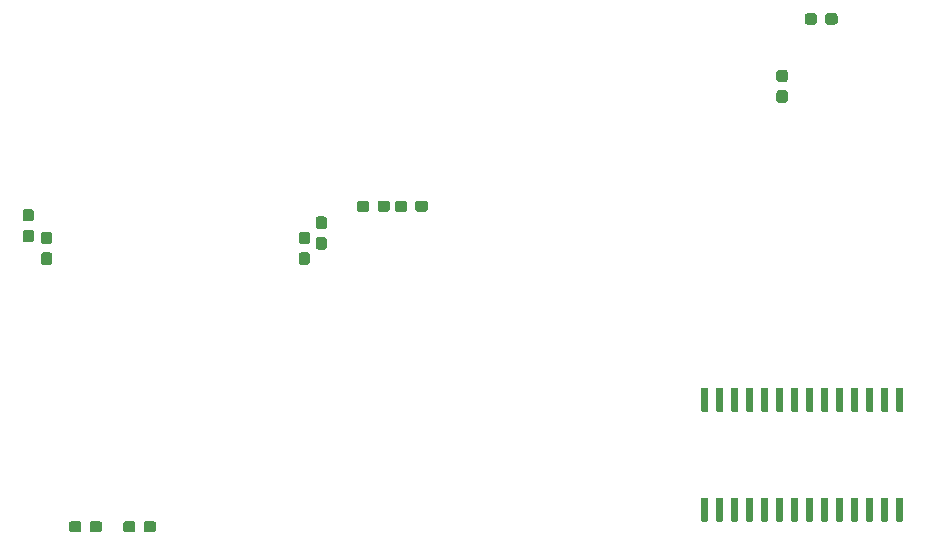
<source format=gbr>
G04 #@! TF.GenerationSoftware,KiCad,Pcbnew,5.1.4+dfsg1-1*
G04 #@! TF.CreationDate,2019-10-28T17:39:09+02:00*
G04 #@! TF.ProjectId,backplane,6261636b-706c-4616-9e65-2e6b69636164,rev?*
G04 #@! TF.SameCoordinates,Original*
G04 #@! TF.FileFunction,Paste,Bot*
G04 #@! TF.FilePolarity,Positive*
%FSLAX46Y46*%
G04 Gerber Fmt 4.6, Leading zero omitted, Abs format (unit mm)*
G04 Created by KiCad (PCBNEW 5.1.4+dfsg1-1) date 2019-10-28 17:39:09*
%MOMM*%
%LPD*%
G04 APERTURE LIST*
%ADD10C,0.100000*%
%ADD11C,0.950000*%
%ADD12C,0.600000*%
G04 APERTURE END LIST*
D10*
G36*
X157160779Y-77151144D02*
G01*
X157183834Y-77154563D01*
X157206443Y-77160227D01*
X157228387Y-77168079D01*
X157249457Y-77178044D01*
X157269448Y-77190026D01*
X157288168Y-77203910D01*
X157305438Y-77219562D01*
X157321090Y-77236832D01*
X157334974Y-77255552D01*
X157346956Y-77275543D01*
X157356921Y-77296613D01*
X157364773Y-77318557D01*
X157370437Y-77341166D01*
X157373856Y-77364221D01*
X157375000Y-77387500D01*
X157375000Y-77962500D01*
X157373856Y-77985779D01*
X157370437Y-78008834D01*
X157364773Y-78031443D01*
X157356921Y-78053387D01*
X157346956Y-78074457D01*
X157334974Y-78094448D01*
X157321090Y-78113168D01*
X157305438Y-78130438D01*
X157288168Y-78146090D01*
X157269448Y-78159974D01*
X157249457Y-78171956D01*
X157228387Y-78181921D01*
X157206443Y-78189773D01*
X157183834Y-78195437D01*
X157160779Y-78198856D01*
X157137500Y-78200000D01*
X156662500Y-78200000D01*
X156639221Y-78198856D01*
X156616166Y-78195437D01*
X156593557Y-78189773D01*
X156571613Y-78181921D01*
X156550543Y-78171956D01*
X156530552Y-78159974D01*
X156511832Y-78146090D01*
X156494562Y-78130438D01*
X156478910Y-78113168D01*
X156465026Y-78094448D01*
X156453044Y-78074457D01*
X156443079Y-78053387D01*
X156435227Y-78031443D01*
X156429563Y-78008834D01*
X156426144Y-77985779D01*
X156425000Y-77962500D01*
X156425000Y-77387500D01*
X156426144Y-77364221D01*
X156429563Y-77341166D01*
X156435227Y-77318557D01*
X156443079Y-77296613D01*
X156453044Y-77275543D01*
X156465026Y-77255552D01*
X156478910Y-77236832D01*
X156494562Y-77219562D01*
X156511832Y-77203910D01*
X156530552Y-77190026D01*
X156550543Y-77178044D01*
X156571613Y-77168079D01*
X156593557Y-77160227D01*
X156616166Y-77154563D01*
X156639221Y-77151144D01*
X156662500Y-77150000D01*
X157137500Y-77150000D01*
X157160779Y-77151144D01*
X157160779Y-77151144D01*
G37*
D11*
X156900000Y-77675000D03*
D10*
G36*
X157160779Y-75401144D02*
G01*
X157183834Y-75404563D01*
X157206443Y-75410227D01*
X157228387Y-75418079D01*
X157249457Y-75428044D01*
X157269448Y-75440026D01*
X157288168Y-75453910D01*
X157305438Y-75469562D01*
X157321090Y-75486832D01*
X157334974Y-75505552D01*
X157346956Y-75525543D01*
X157356921Y-75546613D01*
X157364773Y-75568557D01*
X157370437Y-75591166D01*
X157373856Y-75614221D01*
X157375000Y-75637500D01*
X157375000Y-76212500D01*
X157373856Y-76235779D01*
X157370437Y-76258834D01*
X157364773Y-76281443D01*
X157356921Y-76303387D01*
X157346956Y-76324457D01*
X157334974Y-76344448D01*
X157321090Y-76363168D01*
X157305438Y-76380438D01*
X157288168Y-76396090D01*
X157269448Y-76409974D01*
X157249457Y-76421956D01*
X157228387Y-76431921D01*
X157206443Y-76439773D01*
X157183834Y-76445437D01*
X157160779Y-76448856D01*
X157137500Y-76450000D01*
X156662500Y-76450000D01*
X156639221Y-76448856D01*
X156616166Y-76445437D01*
X156593557Y-76439773D01*
X156571613Y-76431921D01*
X156550543Y-76421956D01*
X156530552Y-76409974D01*
X156511832Y-76396090D01*
X156494562Y-76380438D01*
X156478910Y-76363168D01*
X156465026Y-76344448D01*
X156453044Y-76324457D01*
X156443079Y-76303387D01*
X156435227Y-76281443D01*
X156429563Y-76258834D01*
X156426144Y-76235779D01*
X156425000Y-76212500D01*
X156425000Y-75637500D01*
X156426144Y-75614221D01*
X156429563Y-75591166D01*
X156435227Y-75568557D01*
X156443079Y-75546613D01*
X156453044Y-75525543D01*
X156465026Y-75505552D01*
X156478910Y-75486832D01*
X156494562Y-75469562D01*
X156511832Y-75453910D01*
X156530552Y-75440026D01*
X156550543Y-75428044D01*
X156571613Y-75418079D01*
X156593557Y-75410227D01*
X156616166Y-75404563D01*
X156639221Y-75401144D01*
X156662500Y-75400000D01*
X157137500Y-75400000D01*
X157160779Y-75401144D01*
X157160779Y-75401144D01*
G37*
D11*
X156900000Y-75925000D03*
D10*
G36*
X159635779Y-70626144D02*
G01*
X159658834Y-70629563D01*
X159681443Y-70635227D01*
X159703387Y-70643079D01*
X159724457Y-70653044D01*
X159744448Y-70665026D01*
X159763168Y-70678910D01*
X159780438Y-70694562D01*
X159796090Y-70711832D01*
X159809974Y-70730552D01*
X159821956Y-70750543D01*
X159831921Y-70771613D01*
X159839773Y-70793557D01*
X159845437Y-70816166D01*
X159848856Y-70839221D01*
X159850000Y-70862500D01*
X159850000Y-71337500D01*
X159848856Y-71360779D01*
X159845437Y-71383834D01*
X159839773Y-71406443D01*
X159831921Y-71428387D01*
X159821956Y-71449457D01*
X159809974Y-71469448D01*
X159796090Y-71488168D01*
X159780438Y-71505438D01*
X159763168Y-71521090D01*
X159744448Y-71534974D01*
X159724457Y-71546956D01*
X159703387Y-71556921D01*
X159681443Y-71564773D01*
X159658834Y-71570437D01*
X159635779Y-71573856D01*
X159612500Y-71575000D01*
X159037500Y-71575000D01*
X159014221Y-71573856D01*
X158991166Y-71570437D01*
X158968557Y-71564773D01*
X158946613Y-71556921D01*
X158925543Y-71546956D01*
X158905552Y-71534974D01*
X158886832Y-71521090D01*
X158869562Y-71505438D01*
X158853910Y-71488168D01*
X158840026Y-71469448D01*
X158828044Y-71449457D01*
X158818079Y-71428387D01*
X158810227Y-71406443D01*
X158804563Y-71383834D01*
X158801144Y-71360779D01*
X158800000Y-71337500D01*
X158800000Y-70862500D01*
X158801144Y-70839221D01*
X158804563Y-70816166D01*
X158810227Y-70793557D01*
X158818079Y-70771613D01*
X158828044Y-70750543D01*
X158840026Y-70730552D01*
X158853910Y-70711832D01*
X158869562Y-70694562D01*
X158886832Y-70678910D01*
X158905552Y-70665026D01*
X158925543Y-70653044D01*
X158946613Y-70643079D01*
X158968557Y-70635227D01*
X158991166Y-70629563D01*
X159014221Y-70626144D01*
X159037500Y-70625000D01*
X159612500Y-70625000D01*
X159635779Y-70626144D01*
X159635779Y-70626144D01*
G37*
D11*
X159325000Y-71100000D03*
D10*
G36*
X161385779Y-70626144D02*
G01*
X161408834Y-70629563D01*
X161431443Y-70635227D01*
X161453387Y-70643079D01*
X161474457Y-70653044D01*
X161494448Y-70665026D01*
X161513168Y-70678910D01*
X161530438Y-70694562D01*
X161546090Y-70711832D01*
X161559974Y-70730552D01*
X161571956Y-70750543D01*
X161581921Y-70771613D01*
X161589773Y-70793557D01*
X161595437Y-70816166D01*
X161598856Y-70839221D01*
X161600000Y-70862500D01*
X161600000Y-71337500D01*
X161598856Y-71360779D01*
X161595437Y-71383834D01*
X161589773Y-71406443D01*
X161581921Y-71428387D01*
X161571956Y-71449457D01*
X161559974Y-71469448D01*
X161546090Y-71488168D01*
X161530438Y-71505438D01*
X161513168Y-71521090D01*
X161494448Y-71534974D01*
X161474457Y-71546956D01*
X161453387Y-71556921D01*
X161431443Y-71564773D01*
X161408834Y-71570437D01*
X161385779Y-71573856D01*
X161362500Y-71575000D01*
X160787500Y-71575000D01*
X160764221Y-71573856D01*
X160741166Y-71570437D01*
X160718557Y-71564773D01*
X160696613Y-71556921D01*
X160675543Y-71546956D01*
X160655552Y-71534974D01*
X160636832Y-71521090D01*
X160619562Y-71505438D01*
X160603910Y-71488168D01*
X160590026Y-71469448D01*
X160578044Y-71449457D01*
X160568079Y-71428387D01*
X160560227Y-71406443D01*
X160554563Y-71383834D01*
X160551144Y-71360779D01*
X160550000Y-71337500D01*
X160550000Y-70862500D01*
X160551144Y-70839221D01*
X160554563Y-70816166D01*
X160560227Y-70793557D01*
X160568079Y-70771613D01*
X160578044Y-70750543D01*
X160590026Y-70730552D01*
X160603910Y-70711832D01*
X160619562Y-70694562D01*
X160636832Y-70678910D01*
X160655552Y-70665026D01*
X160675543Y-70653044D01*
X160696613Y-70643079D01*
X160718557Y-70635227D01*
X160741166Y-70629563D01*
X160764221Y-70626144D01*
X160787500Y-70625000D01*
X161362500Y-70625000D01*
X161385779Y-70626144D01*
X161385779Y-70626144D01*
G37*
D11*
X161075000Y-71100000D03*
D10*
G36*
X118140779Y-87826144D02*
G01*
X118163834Y-87829563D01*
X118186443Y-87835227D01*
X118208387Y-87843079D01*
X118229457Y-87853044D01*
X118249448Y-87865026D01*
X118268168Y-87878910D01*
X118285438Y-87894562D01*
X118301090Y-87911832D01*
X118314974Y-87930552D01*
X118326956Y-87950543D01*
X118336921Y-87971613D01*
X118344773Y-87993557D01*
X118350437Y-88016166D01*
X118353856Y-88039221D01*
X118355000Y-88062500D01*
X118355000Y-88637500D01*
X118353856Y-88660779D01*
X118350437Y-88683834D01*
X118344773Y-88706443D01*
X118336921Y-88728387D01*
X118326956Y-88749457D01*
X118314974Y-88769448D01*
X118301090Y-88788168D01*
X118285438Y-88805438D01*
X118268168Y-88821090D01*
X118249448Y-88834974D01*
X118229457Y-88846956D01*
X118208387Y-88856921D01*
X118186443Y-88864773D01*
X118163834Y-88870437D01*
X118140779Y-88873856D01*
X118117500Y-88875000D01*
X117642500Y-88875000D01*
X117619221Y-88873856D01*
X117596166Y-88870437D01*
X117573557Y-88864773D01*
X117551613Y-88856921D01*
X117530543Y-88846956D01*
X117510552Y-88834974D01*
X117491832Y-88821090D01*
X117474562Y-88805438D01*
X117458910Y-88788168D01*
X117445026Y-88769448D01*
X117433044Y-88749457D01*
X117423079Y-88728387D01*
X117415227Y-88706443D01*
X117409563Y-88683834D01*
X117406144Y-88660779D01*
X117405000Y-88637500D01*
X117405000Y-88062500D01*
X117406144Y-88039221D01*
X117409563Y-88016166D01*
X117415227Y-87993557D01*
X117423079Y-87971613D01*
X117433044Y-87950543D01*
X117445026Y-87930552D01*
X117458910Y-87911832D01*
X117474562Y-87894562D01*
X117491832Y-87878910D01*
X117510552Y-87865026D01*
X117530543Y-87853044D01*
X117551613Y-87843079D01*
X117573557Y-87835227D01*
X117596166Y-87829563D01*
X117619221Y-87826144D01*
X117642500Y-87825000D01*
X118117500Y-87825000D01*
X118140779Y-87826144D01*
X118140779Y-87826144D01*
G37*
D11*
X117880000Y-88350000D03*
D10*
G36*
X118140779Y-89576144D02*
G01*
X118163834Y-89579563D01*
X118186443Y-89585227D01*
X118208387Y-89593079D01*
X118229457Y-89603044D01*
X118249448Y-89615026D01*
X118268168Y-89628910D01*
X118285438Y-89644562D01*
X118301090Y-89661832D01*
X118314974Y-89680552D01*
X118326956Y-89700543D01*
X118336921Y-89721613D01*
X118344773Y-89743557D01*
X118350437Y-89766166D01*
X118353856Y-89789221D01*
X118355000Y-89812500D01*
X118355000Y-90387500D01*
X118353856Y-90410779D01*
X118350437Y-90433834D01*
X118344773Y-90456443D01*
X118336921Y-90478387D01*
X118326956Y-90499457D01*
X118314974Y-90519448D01*
X118301090Y-90538168D01*
X118285438Y-90555438D01*
X118268168Y-90571090D01*
X118249448Y-90584974D01*
X118229457Y-90596956D01*
X118208387Y-90606921D01*
X118186443Y-90614773D01*
X118163834Y-90620437D01*
X118140779Y-90623856D01*
X118117500Y-90625000D01*
X117642500Y-90625000D01*
X117619221Y-90623856D01*
X117596166Y-90620437D01*
X117573557Y-90614773D01*
X117551613Y-90606921D01*
X117530543Y-90596956D01*
X117510552Y-90584974D01*
X117491832Y-90571090D01*
X117474562Y-90555438D01*
X117458910Y-90538168D01*
X117445026Y-90519448D01*
X117433044Y-90499457D01*
X117423079Y-90478387D01*
X117415227Y-90456443D01*
X117409563Y-90433834D01*
X117406144Y-90410779D01*
X117405000Y-90387500D01*
X117405000Y-89812500D01*
X117406144Y-89789221D01*
X117409563Y-89766166D01*
X117415227Y-89743557D01*
X117423079Y-89721613D01*
X117433044Y-89700543D01*
X117445026Y-89680552D01*
X117458910Y-89661832D01*
X117474562Y-89644562D01*
X117491832Y-89628910D01*
X117510552Y-89615026D01*
X117530543Y-89603044D01*
X117551613Y-89593079D01*
X117573557Y-89585227D01*
X117596166Y-89579563D01*
X117619221Y-89576144D01*
X117642500Y-89575000D01*
X118117500Y-89575000D01*
X118140779Y-89576144D01*
X118140779Y-89576144D01*
G37*
D11*
X117880000Y-90100000D03*
D10*
G36*
X116700779Y-90866144D02*
G01*
X116723834Y-90869563D01*
X116746443Y-90875227D01*
X116768387Y-90883079D01*
X116789457Y-90893044D01*
X116809448Y-90905026D01*
X116828168Y-90918910D01*
X116845438Y-90934562D01*
X116861090Y-90951832D01*
X116874974Y-90970552D01*
X116886956Y-90990543D01*
X116896921Y-91011613D01*
X116904773Y-91033557D01*
X116910437Y-91056166D01*
X116913856Y-91079221D01*
X116915000Y-91102500D01*
X116915000Y-91677500D01*
X116913856Y-91700779D01*
X116910437Y-91723834D01*
X116904773Y-91746443D01*
X116896921Y-91768387D01*
X116886956Y-91789457D01*
X116874974Y-91809448D01*
X116861090Y-91828168D01*
X116845438Y-91845438D01*
X116828168Y-91861090D01*
X116809448Y-91874974D01*
X116789457Y-91886956D01*
X116768387Y-91896921D01*
X116746443Y-91904773D01*
X116723834Y-91910437D01*
X116700779Y-91913856D01*
X116677500Y-91915000D01*
X116202500Y-91915000D01*
X116179221Y-91913856D01*
X116156166Y-91910437D01*
X116133557Y-91904773D01*
X116111613Y-91896921D01*
X116090543Y-91886956D01*
X116070552Y-91874974D01*
X116051832Y-91861090D01*
X116034562Y-91845438D01*
X116018910Y-91828168D01*
X116005026Y-91809448D01*
X115993044Y-91789457D01*
X115983079Y-91768387D01*
X115975227Y-91746443D01*
X115969563Y-91723834D01*
X115966144Y-91700779D01*
X115965000Y-91677500D01*
X115965000Y-91102500D01*
X115966144Y-91079221D01*
X115969563Y-91056166D01*
X115975227Y-91033557D01*
X115983079Y-91011613D01*
X115993044Y-90990543D01*
X116005026Y-90970552D01*
X116018910Y-90951832D01*
X116034562Y-90934562D01*
X116051832Y-90918910D01*
X116070552Y-90905026D01*
X116090543Y-90893044D01*
X116111613Y-90883079D01*
X116133557Y-90875227D01*
X116156166Y-90869563D01*
X116179221Y-90866144D01*
X116202500Y-90865000D01*
X116677500Y-90865000D01*
X116700779Y-90866144D01*
X116700779Y-90866144D01*
G37*
D11*
X116440000Y-91390000D03*
D10*
G36*
X116700779Y-89116144D02*
G01*
X116723834Y-89119563D01*
X116746443Y-89125227D01*
X116768387Y-89133079D01*
X116789457Y-89143044D01*
X116809448Y-89155026D01*
X116828168Y-89168910D01*
X116845438Y-89184562D01*
X116861090Y-89201832D01*
X116874974Y-89220552D01*
X116886956Y-89240543D01*
X116896921Y-89261613D01*
X116904773Y-89283557D01*
X116910437Y-89306166D01*
X116913856Y-89329221D01*
X116915000Y-89352500D01*
X116915000Y-89927500D01*
X116913856Y-89950779D01*
X116910437Y-89973834D01*
X116904773Y-89996443D01*
X116896921Y-90018387D01*
X116886956Y-90039457D01*
X116874974Y-90059448D01*
X116861090Y-90078168D01*
X116845438Y-90095438D01*
X116828168Y-90111090D01*
X116809448Y-90124974D01*
X116789457Y-90136956D01*
X116768387Y-90146921D01*
X116746443Y-90154773D01*
X116723834Y-90160437D01*
X116700779Y-90163856D01*
X116677500Y-90165000D01*
X116202500Y-90165000D01*
X116179221Y-90163856D01*
X116156166Y-90160437D01*
X116133557Y-90154773D01*
X116111613Y-90146921D01*
X116090543Y-90136956D01*
X116070552Y-90124974D01*
X116051832Y-90111090D01*
X116034562Y-90095438D01*
X116018910Y-90078168D01*
X116005026Y-90059448D01*
X115993044Y-90039457D01*
X115983079Y-90018387D01*
X115975227Y-89996443D01*
X115969563Y-89973834D01*
X115966144Y-89950779D01*
X115965000Y-89927500D01*
X115965000Y-89352500D01*
X115966144Y-89329221D01*
X115969563Y-89306166D01*
X115975227Y-89283557D01*
X115983079Y-89261613D01*
X115993044Y-89240543D01*
X116005026Y-89220552D01*
X116018910Y-89201832D01*
X116034562Y-89184562D01*
X116051832Y-89168910D01*
X116070552Y-89155026D01*
X116090543Y-89143044D01*
X116111613Y-89133079D01*
X116133557Y-89125227D01*
X116156166Y-89119563D01*
X116179221Y-89116144D01*
X116202500Y-89115000D01*
X116677500Y-89115000D01*
X116700779Y-89116144D01*
X116700779Y-89116144D01*
G37*
D11*
X116440000Y-89640000D03*
D10*
G36*
X103685779Y-113626144D02*
G01*
X103708834Y-113629563D01*
X103731443Y-113635227D01*
X103753387Y-113643079D01*
X103774457Y-113653044D01*
X103794448Y-113665026D01*
X103813168Y-113678910D01*
X103830438Y-113694562D01*
X103846090Y-113711832D01*
X103859974Y-113730552D01*
X103871956Y-113750543D01*
X103881921Y-113771613D01*
X103889773Y-113793557D01*
X103895437Y-113816166D01*
X103898856Y-113839221D01*
X103900000Y-113862500D01*
X103900000Y-114337500D01*
X103898856Y-114360779D01*
X103895437Y-114383834D01*
X103889773Y-114406443D01*
X103881921Y-114428387D01*
X103871956Y-114449457D01*
X103859974Y-114469448D01*
X103846090Y-114488168D01*
X103830438Y-114505438D01*
X103813168Y-114521090D01*
X103794448Y-114534974D01*
X103774457Y-114546956D01*
X103753387Y-114556921D01*
X103731443Y-114564773D01*
X103708834Y-114570437D01*
X103685779Y-114573856D01*
X103662500Y-114575000D01*
X103087500Y-114575000D01*
X103064221Y-114573856D01*
X103041166Y-114570437D01*
X103018557Y-114564773D01*
X102996613Y-114556921D01*
X102975543Y-114546956D01*
X102955552Y-114534974D01*
X102936832Y-114521090D01*
X102919562Y-114505438D01*
X102903910Y-114488168D01*
X102890026Y-114469448D01*
X102878044Y-114449457D01*
X102868079Y-114428387D01*
X102860227Y-114406443D01*
X102854563Y-114383834D01*
X102851144Y-114360779D01*
X102850000Y-114337500D01*
X102850000Y-113862500D01*
X102851144Y-113839221D01*
X102854563Y-113816166D01*
X102860227Y-113793557D01*
X102868079Y-113771613D01*
X102878044Y-113750543D01*
X102890026Y-113730552D01*
X102903910Y-113711832D01*
X102919562Y-113694562D01*
X102936832Y-113678910D01*
X102955552Y-113665026D01*
X102975543Y-113653044D01*
X102996613Y-113643079D01*
X103018557Y-113635227D01*
X103041166Y-113629563D01*
X103064221Y-113626144D01*
X103087500Y-113625000D01*
X103662500Y-113625000D01*
X103685779Y-113626144D01*
X103685779Y-113626144D01*
G37*
D11*
X103375000Y-114100000D03*
D10*
G36*
X101935779Y-113626144D02*
G01*
X101958834Y-113629563D01*
X101981443Y-113635227D01*
X102003387Y-113643079D01*
X102024457Y-113653044D01*
X102044448Y-113665026D01*
X102063168Y-113678910D01*
X102080438Y-113694562D01*
X102096090Y-113711832D01*
X102109974Y-113730552D01*
X102121956Y-113750543D01*
X102131921Y-113771613D01*
X102139773Y-113793557D01*
X102145437Y-113816166D01*
X102148856Y-113839221D01*
X102150000Y-113862500D01*
X102150000Y-114337500D01*
X102148856Y-114360779D01*
X102145437Y-114383834D01*
X102139773Y-114406443D01*
X102131921Y-114428387D01*
X102121956Y-114449457D01*
X102109974Y-114469448D01*
X102096090Y-114488168D01*
X102080438Y-114505438D01*
X102063168Y-114521090D01*
X102044448Y-114534974D01*
X102024457Y-114546956D01*
X102003387Y-114556921D01*
X101981443Y-114564773D01*
X101958834Y-114570437D01*
X101935779Y-114573856D01*
X101912500Y-114575000D01*
X101337500Y-114575000D01*
X101314221Y-114573856D01*
X101291166Y-114570437D01*
X101268557Y-114564773D01*
X101246613Y-114556921D01*
X101225543Y-114546956D01*
X101205552Y-114534974D01*
X101186832Y-114521090D01*
X101169562Y-114505438D01*
X101153910Y-114488168D01*
X101140026Y-114469448D01*
X101128044Y-114449457D01*
X101118079Y-114428387D01*
X101110227Y-114406443D01*
X101104563Y-114383834D01*
X101101144Y-114360779D01*
X101100000Y-114337500D01*
X101100000Y-113862500D01*
X101101144Y-113839221D01*
X101104563Y-113816166D01*
X101110227Y-113793557D01*
X101118079Y-113771613D01*
X101128044Y-113750543D01*
X101140026Y-113730552D01*
X101153910Y-113711832D01*
X101169562Y-113694562D01*
X101186832Y-113678910D01*
X101205552Y-113665026D01*
X101225543Y-113653044D01*
X101246613Y-113643079D01*
X101268557Y-113635227D01*
X101291166Y-113629563D01*
X101314221Y-113626144D01*
X101337500Y-113625000D01*
X101912500Y-113625000D01*
X101935779Y-113626144D01*
X101935779Y-113626144D01*
G37*
D11*
X101625000Y-114100000D03*
D10*
G36*
X99110779Y-113626144D02*
G01*
X99133834Y-113629563D01*
X99156443Y-113635227D01*
X99178387Y-113643079D01*
X99199457Y-113653044D01*
X99219448Y-113665026D01*
X99238168Y-113678910D01*
X99255438Y-113694562D01*
X99271090Y-113711832D01*
X99284974Y-113730552D01*
X99296956Y-113750543D01*
X99306921Y-113771613D01*
X99314773Y-113793557D01*
X99320437Y-113816166D01*
X99323856Y-113839221D01*
X99325000Y-113862500D01*
X99325000Y-114337500D01*
X99323856Y-114360779D01*
X99320437Y-114383834D01*
X99314773Y-114406443D01*
X99306921Y-114428387D01*
X99296956Y-114449457D01*
X99284974Y-114469448D01*
X99271090Y-114488168D01*
X99255438Y-114505438D01*
X99238168Y-114521090D01*
X99219448Y-114534974D01*
X99199457Y-114546956D01*
X99178387Y-114556921D01*
X99156443Y-114564773D01*
X99133834Y-114570437D01*
X99110779Y-114573856D01*
X99087500Y-114575000D01*
X98512500Y-114575000D01*
X98489221Y-114573856D01*
X98466166Y-114570437D01*
X98443557Y-114564773D01*
X98421613Y-114556921D01*
X98400543Y-114546956D01*
X98380552Y-114534974D01*
X98361832Y-114521090D01*
X98344562Y-114505438D01*
X98328910Y-114488168D01*
X98315026Y-114469448D01*
X98303044Y-114449457D01*
X98293079Y-114428387D01*
X98285227Y-114406443D01*
X98279563Y-114383834D01*
X98276144Y-114360779D01*
X98275000Y-114337500D01*
X98275000Y-113862500D01*
X98276144Y-113839221D01*
X98279563Y-113816166D01*
X98285227Y-113793557D01*
X98293079Y-113771613D01*
X98303044Y-113750543D01*
X98315026Y-113730552D01*
X98328910Y-113711832D01*
X98344562Y-113694562D01*
X98361832Y-113678910D01*
X98380552Y-113665026D01*
X98400543Y-113653044D01*
X98421613Y-113643079D01*
X98443557Y-113635227D01*
X98466166Y-113629563D01*
X98489221Y-113626144D01*
X98512500Y-113625000D01*
X99087500Y-113625000D01*
X99110779Y-113626144D01*
X99110779Y-113626144D01*
G37*
D11*
X98800000Y-114100000D03*
D10*
G36*
X97360779Y-113626144D02*
G01*
X97383834Y-113629563D01*
X97406443Y-113635227D01*
X97428387Y-113643079D01*
X97449457Y-113653044D01*
X97469448Y-113665026D01*
X97488168Y-113678910D01*
X97505438Y-113694562D01*
X97521090Y-113711832D01*
X97534974Y-113730552D01*
X97546956Y-113750543D01*
X97556921Y-113771613D01*
X97564773Y-113793557D01*
X97570437Y-113816166D01*
X97573856Y-113839221D01*
X97575000Y-113862500D01*
X97575000Y-114337500D01*
X97573856Y-114360779D01*
X97570437Y-114383834D01*
X97564773Y-114406443D01*
X97556921Y-114428387D01*
X97546956Y-114449457D01*
X97534974Y-114469448D01*
X97521090Y-114488168D01*
X97505438Y-114505438D01*
X97488168Y-114521090D01*
X97469448Y-114534974D01*
X97449457Y-114546956D01*
X97428387Y-114556921D01*
X97406443Y-114564773D01*
X97383834Y-114570437D01*
X97360779Y-114573856D01*
X97337500Y-114575000D01*
X96762500Y-114575000D01*
X96739221Y-114573856D01*
X96716166Y-114570437D01*
X96693557Y-114564773D01*
X96671613Y-114556921D01*
X96650543Y-114546956D01*
X96630552Y-114534974D01*
X96611832Y-114521090D01*
X96594562Y-114505438D01*
X96578910Y-114488168D01*
X96565026Y-114469448D01*
X96553044Y-114449457D01*
X96543079Y-114428387D01*
X96535227Y-114406443D01*
X96529563Y-114383834D01*
X96526144Y-114360779D01*
X96525000Y-114337500D01*
X96525000Y-113862500D01*
X96526144Y-113839221D01*
X96529563Y-113816166D01*
X96535227Y-113793557D01*
X96543079Y-113771613D01*
X96553044Y-113750543D01*
X96565026Y-113730552D01*
X96578910Y-113711832D01*
X96594562Y-113694562D01*
X96611832Y-113678910D01*
X96630552Y-113665026D01*
X96650543Y-113653044D01*
X96671613Y-113643079D01*
X96693557Y-113635227D01*
X96716166Y-113629563D01*
X96739221Y-113626144D01*
X96762500Y-113625000D01*
X97337500Y-113625000D01*
X97360779Y-113626144D01*
X97360779Y-113626144D01*
G37*
D11*
X97050000Y-114100000D03*
D10*
G36*
X94885779Y-90876144D02*
G01*
X94908834Y-90879563D01*
X94931443Y-90885227D01*
X94953387Y-90893079D01*
X94974457Y-90903044D01*
X94994448Y-90915026D01*
X95013168Y-90928910D01*
X95030438Y-90944562D01*
X95046090Y-90961832D01*
X95059974Y-90980552D01*
X95071956Y-91000543D01*
X95081921Y-91021613D01*
X95089773Y-91043557D01*
X95095437Y-91066166D01*
X95098856Y-91089221D01*
X95100000Y-91112500D01*
X95100000Y-91687500D01*
X95098856Y-91710779D01*
X95095437Y-91733834D01*
X95089773Y-91756443D01*
X95081921Y-91778387D01*
X95071956Y-91799457D01*
X95059974Y-91819448D01*
X95046090Y-91838168D01*
X95030438Y-91855438D01*
X95013168Y-91871090D01*
X94994448Y-91884974D01*
X94974457Y-91896956D01*
X94953387Y-91906921D01*
X94931443Y-91914773D01*
X94908834Y-91920437D01*
X94885779Y-91923856D01*
X94862500Y-91925000D01*
X94387500Y-91925000D01*
X94364221Y-91923856D01*
X94341166Y-91920437D01*
X94318557Y-91914773D01*
X94296613Y-91906921D01*
X94275543Y-91896956D01*
X94255552Y-91884974D01*
X94236832Y-91871090D01*
X94219562Y-91855438D01*
X94203910Y-91838168D01*
X94190026Y-91819448D01*
X94178044Y-91799457D01*
X94168079Y-91778387D01*
X94160227Y-91756443D01*
X94154563Y-91733834D01*
X94151144Y-91710779D01*
X94150000Y-91687500D01*
X94150000Y-91112500D01*
X94151144Y-91089221D01*
X94154563Y-91066166D01*
X94160227Y-91043557D01*
X94168079Y-91021613D01*
X94178044Y-91000543D01*
X94190026Y-90980552D01*
X94203910Y-90961832D01*
X94219562Y-90944562D01*
X94236832Y-90928910D01*
X94255552Y-90915026D01*
X94275543Y-90903044D01*
X94296613Y-90893079D01*
X94318557Y-90885227D01*
X94341166Y-90879563D01*
X94364221Y-90876144D01*
X94387500Y-90875000D01*
X94862500Y-90875000D01*
X94885779Y-90876144D01*
X94885779Y-90876144D01*
G37*
D11*
X94625000Y-91400000D03*
D10*
G36*
X94885779Y-89126144D02*
G01*
X94908834Y-89129563D01*
X94931443Y-89135227D01*
X94953387Y-89143079D01*
X94974457Y-89153044D01*
X94994448Y-89165026D01*
X95013168Y-89178910D01*
X95030438Y-89194562D01*
X95046090Y-89211832D01*
X95059974Y-89230552D01*
X95071956Y-89250543D01*
X95081921Y-89271613D01*
X95089773Y-89293557D01*
X95095437Y-89316166D01*
X95098856Y-89339221D01*
X95100000Y-89362500D01*
X95100000Y-89937500D01*
X95098856Y-89960779D01*
X95095437Y-89983834D01*
X95089773Y-90006443D01*
X95081921Y-90028387D01*
X95071956Y-90049457D01*
X95059974Y-90069448D01*
X95046090Y-90088168D01*
X95030438Y-90105438D01*
X95013168Y-90121090D01*
X94994448Y-90134974D01*
X94974457Y-90146956D01*
X94953387Y-90156921D01*
X94931443Y-90164773D01*
X94908834Y-90170437D01*
X94885779Y-90173856D01*
X94862500Y-90175000D01*
X94387500Y-90175000D01*
X94364221Y-90173856D01*
X94341166Y-90170437D01*
X94318557Y-90164773D01*
X94296613Y-90156921D01*
X94275543Y-90146956D01*
X94255552Y-90134974D01*
X94236832Y-90121090D01*
X94219562Y-90105438D01*
X94203910Y-90088168D01*
X94190026Y-90069448D01*
X94178044Y-90049457D01*
X94168079Y-90028387D01*
X94160227Y-90006443D01*
X94154563Y-89983834D01*
X94151144Y-89960779D01*
X94150000Y-89937500D01*
X94150000Y-89362500D01*
X94151144Y-89339221D01*
X94154563Y-89316166D01*
X94160227Y-89293557D01*
X94168079Y-89271613D01*
X94178044Y-89250543D01*
X94190026Y-89230552D01*
X94203910Y-89211832D01*
X94219562Y-89194562D01*
X94236832Y-89178910D01*
X94255552Y-89165026D01*
X94275543Y-89153044D01*
X94296613Y-89143079D01*
X94318557Y-89135227D01*
X94341166Y-89129563D01*
X94364221Y-89126144D01*
X94387500Y-89125000D01*
X94862500Y-89125000D01*
X94885779Y-89126144D01*
X94885779Y-89126144D01*
G37*
D11*
X94625000Y-89650000D03*
D10*
G36*
X93335779Y-88951144D02*
G01*
X93358834Y-88954563D01*
X93381443Y-88960227D01*
X93403387Y-88968079D01*
X93424457Y-88978044D01*
X93444448Y-88990026D01*
X93463168Y-89003910D01*
X93480438Y-89019562D01*
X93496090Y-89036832D01*
X93509974Y-89055552D01*
X93521956Y-89075543D01*
X93531921Y-89096613D01*
X93539773Y-89118557D01*
X93545437Y-89141166D01*
X93548856Y-89164221D01*
X93550000Y-89187500D01*
X93550000Y-89762500D01*
X93548856Y-89785779D01*
X93545437Y-89808834D01*
X93539773Y-89831443D01*
X93531921Y-89853387D01*
X93521956Y-89874457D01*
X93509974Y-89894448D01*
X93496090Y-89913168D01*
X93480438Y-89930438D01*
X93463168Y-89946090D01*
X93444448Y-89959974D01*
X93424457Y-89971956D01*
X93403387Y-89981921D01*
X93381443Y-89989773D01*
X93358834Y-89995437D01*
X93335779Y-89998856D01*
X93312500Y-90000000D01*
X92837500Y-90000000D01*
X92814221Y-89998856D01*
X92791166Y-89995437D01*
X92768557Y-89989773D01*
X92746613Y-89981921D01*
X92725543Y-89971956D01*
X92705552Y-89959974D01*
X92686832Y-89946090D01*
X92669562Y-89930438D01*
X92653910Y-89913168D01*
X92640026Y-89894448D01*
X92628044Y-89874457D01*
X92618079Y-89853387D01*
X92610227Y-89831443D01*
X92604563Y-89808834D01*
X92601144Y-89785779D01*
X92600000Y-89762500D01*
X92600000Y-89187500D01*
X92601144Y-89164221D01*
X92604563Y-89141166D01*
X92610227Y-89118557D01*
X92618079Y-89096613D01*
X92628044Y-89075543D01*
X92640026Y-89055552D01*
X92653910Y-89036832D01*
X92669562Y-89019562D01*
X92686832Y-89003910D01*
X92705552Y-88990026D01*
X92725543Y-88978044D01*
X92746613Y-88968079D01*
X92768557Y-88960227D01*
X92791166Y-88954563D01*
X92814221Y-88951144D01*
X92837500Y-88950000D01*
X93312500Y-88950000D01*
X93335779Y-88951144D01*
X93335779Y-88951144D01*
G37*
D11*
X93075000Y-89475000D03*
D10*
G36*
X93335779Y-87201144D02*
G01*
X93358834Y-87204563D01*
X93381443Y-87210227D01*
X93403387Y-87218079D01*
X93424457Y-87228044D01*
X93444448Y-87240026D01*
X93463168Y-87253910D01*
X93480438Y-87269562D01*
X93496090Y-87286832D01*
X93509974Y-87305552D01*
X93521956Y-87325543D01*
X93531921Y-87346613D01*
X93539773Y-87368557D01*
X93545437Y-87391166D01*
X93548856Y-87414221D01*
X93550000Y-87437500D01*
X93550000Y-88012500D01*
X93548856Y-88035779D01*
X93545437Y-88058834D01*
X93539773Y-88081443D01*
X93531921Y-88103387D01*
X93521956Y-88124457D01*
X93509974Y-88144448D01*
X93496090Y-88163168D01*
X93480438Y-88180438D01*
X93463168Y-88196090D01*
X93444448Y-88209974D01*
X93424457Y-88221956D01*
X93403387Y-88231921D01*
X93381443Y-88239773D01*
X93358834Y-88245437D01*
X93335779Y-88248856D01*
X93312500Y-88250000D01*
X92837500Y-88250000D01*
X92814221Y-88248856D01*
X92791166Y-88245437D01*
X92768557Y-88239773D01*
X92746613Y-88231921D01*
X92725543Y-88221956D01*
X92705552Y-88209974D01*
X92686832Y-88196090D01*
X92669562Y-88180438D01*
X92653910Y-88163168D01*
X92640026Y-88144448D01*
X92628044Y-88124457D01*
X92618079Y-88103387D01*
X92610227Y-88081443D01*
X92604563Y-88058834D01*
X92601144Y-88035779D01*
X92600000Y-88012500D01*
X92600000Y-87437500D01*
X92601144Y-87414221D01*
X92604563Y-87391166D01*
X92610227Y-87368557D01*
X92618079Y-87346613D01*
X92628044Y-87325543D01*
X92640026Y-87305552D01*
X92653910Y-87286832D01*
X92669562Y-87269562D01*
X92686832Y-87253910D01*
X92705552Y-87240026D01*
X92725543Y-87228044D01*
X92746613Y-87218079D01*
X92768557Y-87210227D01*
X92791166Y-87204563D01*
X92814221Y-87201144D01*
X92837500Y-87200000D01*
X93312500Y-87200000D01*
X93335779Y-87201144D01*
X93335779Y-87201144D01*
G37*
D11*
X93075000Y-87725000D03*
D10*
G36*
X121735779Y-86476144D02*
G01*
X121758834Y-86479563D01*
X121781443Y-86485227D01*
X121803387Y-86493079D01*
X121824457Y-86503044D01*
X121844448Y-86515026D01*
X121863168Y-86528910D01*
X121880438Y-86544562D01*
X121896090Y-86561832D01*
X121909974Y-86580552D01*
X121921956Y-86600543D01*
X121931921Y-86621613D01*
X121939773Y-86643557D01*
X121945437Y-86666166D01*
X121948856Y-86689221D01*
X121950000Y-86712500D01*
X121950000Y-87187500D01*
X121948856Y-87210779D01*
X121945437Y-87233834D01*
X121939773Y-87256443D01*
X121931921Y-87278387D01*
X121921956Y-87299457D01*
X121909974Y-87319448D01*
X121896090Y-87338168D01*
X121880438Y-87355438D01*
X121863168Y-87371090D01*
X121844448Y-87384974D01*
X121824457Y-87396956D01*
X121803387Y-87406921D01*
X121781443Y-87414773D01*
X121758834Y-87420437D01*
X121735779Y-87423856D01*
X121712500Y-87425000D01*
X121137500Y-87425000D01*
X121114221Y-87423856D01*
X121091166Y-87420437D01*
X121068557Y-87414773D01*
X121046613Y-87406921D01*
X121025543Y-87396956D01*
X121005552Y-87384974D01*
X120986832Y-87371090D01*
X120969562Y-87355438D01*
X120953910Y-87338168D01*
X120940026Y-87319448D01*
X120928044Y-87299457D01*
X120918079Y-87278387D01*
X120910227Y-87256443D01*
X120904563Y-87233834D01*
X120901144Y-87210779D01*
X120900000Y-87187500D01*
X120900000Y-86712500D01*
X120901144Y-86689221D01*
X120904563Y-86666166D01*
X120910227Y-86643557D01*
X120918079Y-86621613D01*
X120928044Y-86600543D01*
X120940026Y-86580552D01*
X120953910Y-86561832D01*
X120969562Y-86544562D01*
X120986832Y-86528910D01*
X121005552Y-86515026D01*
X121025543Y-86503044D01*
X121046613Y-86493079D01*
X121068557Y-86485227D01*
X121091166Y-86479563D01*
X121114221Y-86476144D01*
X121137500Y-86475000D01*
X121712500Y-86475000D01*
X121735779Y-86476144D01*
X121735779Y-86476144D01*
G37*
D11*
X121425000Y-86950000D03*
D10*
G36*
X123485779Y-86476144D02*
G01*
X123508834Y-86479563D01*
X123531443Y-86485227D01*
X123553387Y-86493079D01*
X123574457Y-86503044D01*
X123594448Y-86515026D01*
X123613168Y-86528910D01*
X123630438Y-86544562D01*
X123646090Y-86561832D01*
X123659974Y-86580552D01*
X123671956Y-86600543D01*
X123681921Y-86621613D01*
X123689773Y-86643557D01*
X123695437Y-86666166D01*
X123698856Y-86689221D01*
X123700000Y-86712500D01*
X123700000Y-87187500D01*
X123698856Y-87210779D01*
X123695437Y-87233834D01*
X123689773Y-87256443D01*
X123681921Y-87278387D01*
X123671956Y-87299457D01*
X123659974Y-87319448D01*
X123646090Y-87338168D01*
X123630438Y-87355438D01*
X123613168Y-87371090D01*
X123594448Y-87384974D01*
X123574457Y-87396956D01*
X123553387Y-87406921D01*
X123531443Y-87414773D01*
X123508834Y-87420437D01*
X123485779Y-87423856D01*
X123462500Y-87425000D01*
X122887500Y-87425000D01*
X122864221Y-87423856D01*
X122841166Y-87420437D01*
X122818557Y-87414773D01*
X122796613Y-87406921D01*
X122775543Y-87396956D01*
X122755552Y-87384974D01*
X122736832Y-87371090D01*
X122719562Y-87355438D01*
X122703910Y-87338168D01*
X122690026Y-87319448D01*
X122678044Y-87299457D01*
X122668079Y-87278387D01*
X122660227Y-87256443D01*
X122654563Y-87233834D01*
X122651144Y-87210779D01*
X122650000Y-87187500D01*
X122650000Y-86712500D01*
X122651144Y-86689221D01*
X122654563Y-86666166D01*
X122660227Y-86643557D01*
X122668079Y-86621613D01*
X122678044Y-86600543D01*
X122690026Y-86580552D01*
X122703910Y-86561832D01*
X122719562Y-86544562D01*
X122736832Y-86528910D01*
X122755552Y-86515026D01*
X122775543Y-86503044D01*
X122796613Y-86493079D01*
X122818557Y-86485227D01*
X122841166Y-86479563D01*
X122864221Y-86476144D01*
X122887500Y-86475000D01*
X123462500Y-86475000D01*
X123485779Y-86476144D01*
X123485779Y-86476144D01*
G37*
D11*
X123175000Y-86950000D03*
D10*
G36*
X126685779Y-86476144D02*
G01*
X126708834Y-86479563D01*
X126731443Y-86485227D01*
X126753387Y-86493079D01*
X126774457Y-86503044D01*
X126794448Y-86515026D01*
X126813168Y-86528910D01*
X126830438Y-86544562D01*
X126846090Y-86561832D01*
X126859974Y-86580552D01*
X126871956Y-86600543D01*
X126881921Y-86621613D01*
X126889773Y-86643557D01*
X126895437Y-86666166D01*
X126898856Y-86689221D01*
X126900000Y-86712500D01*
X126900000Y-87187500D01*
X126898856Y-87210779D01*
X126895437Y-87233834D01*
X126889773Y-87256443D01*
X126881921Y-87278387D01*
X126871956Y-87299457D01*
X126859974Y-87319448D01*
X126846090Y-87338168D01*
X126830438Y-87355438D01*
X126813168Y-87371090D01*
X126794448Y-87384974D01*
X126774457Y-87396956D01*
X126753387Y-87406921D01*
X126731443Y-87414773D01*
X126708834Y-87420437D01*
X126685779Y-87423856D01*
X126662500Y-87425000D01*
X126087500Y-87425000D01*
X126064221Y-87423856D01*
X126041166Y-87420437D01*
X126018557Y-87414773D01*
X125996613Y-87406921D01*
X125975543Y-87396956D01*
X125955552Y-87384974D01*
X125936832Y-87371090D01*
X125919562Y-87355438D01*
X125903910Y-87338168D01*
X125890026Y-87319448D01*
X125878044Y-87299457D01*
X125868079Y-87278387D01*
X125860227Y-87256443D01*
X125854563Y-87233834D01*
X125851144Y-87210779D01*
X125850000Y-87187500D01*
X125850000Y-86712500D01*
X125851144Y-86689221D01*
X125854563Y-86666166D01*
X125860227Y-86643557D01*
X125868079Y-86621613D01*
X125878044Y-86600543D01*
X125890026Y-86580552D01*
X125903910Y-86561832D01*
X125919562Y-86544562D01*
X125936832Y-86528910D01*
X125955552Y-86515026D01*
X125975543Y-86503044D01*
X125996613Y-86493079D01*
X126018557Y-86485227D01*
X126041166Y-86479563D01*
X126064221Y-86476144D01*
X126087500Y-86475000D01*
X126662500Y-86475000D01*
X126685779Y-86476144D01*
X126685779Y-86476144D01*
G37*
D11*
X126375000Y-86950000D03*
D10*
G36*
X124935779Y-86476144D02*
G01*
X124958834Y-86479563D01*
X124981443Y-86485227D01*
X125003387Y-86493079D01*
X125024457Y-86503044D01*
X125044448Y-86515026D01*
X125063168Y-86528910D01*
X125080438Y-86544562D01*
X125096090Y-86561832D01*
X125109974Y-86580552D01*
X125121956Y-86600543D01*
X125131921Y-86621613D01*
X125139773Y-86643557D01*
X125145437Y-86666166D01*
X125148856Y-86689221D01*
X125150000Y-86712500D01*
X125150000Y-87187500D01*
X125148856Y-87210779D01*
X125145437Y-87233834D01*
X125139773Y-87256443D01*
X125131921Y-87278387D01*
X125121956Y-87299457D01*
X125109974Y-87319448D01*
X125096090Y-87338168D01*
X125080438Y-87355438D01*
X125063168Y-87371090D01*
X125044448Y-87384974D01*
X125024457Y-87396956D01*
X125003387Y-87406921D01*
X124981443Y-87414773D01*
X124958834Y-87420437D01*
X124935779Y-87423856D01*
X124912500Y-87425000D01*
X124337500Y-87425000D01*
X124314221Y-87423856D01*
X124291166Y-87420437D01*
X124268557Y-87414773D01*
X124246613Y-87406921D01*
X124225543Y-87396956D01*
X124205552Y-87384974D01*
X124186832Y-87371090D01*
X124169562Y-87355438D01*
X124153910Y-87338168D01*
X124140026Y-87319448D01*
X124128044Y-87299457D01*
X124118079Y-87278387D01*
X124110227Y-87256443D01*
X124104563Y-87233834D01*
X124101144Y-87210779D01*
X124100000Y-87187500D01*
X124100000Y-86712500D01*
X124101144Y-86689221D01*
X124104563Y-86666166D01*
X124110227Y-86643557D01*
X124118079Y-86621613D01*
X124128044Y-86600543D01*
X124140026Y-86580552D01*
X124153910Y-86561832D01*
X124169562Y-86544562D01*
X124186832Y-86528910D01*
X124205552Y-86515026D01*
X124225543Y-86503044D01*
X124246613Y-86493079D01*
X124268557Y-86485227D01*
X124291166Y-86479563D01*
X124314221Y-86476144D01*
X124337500Y-86475000D01*
X124912500Y-86475000D01*
X124935779Y-86476144D01*
X124935779Y-86476144D01*
G37*
D11*
X124625000Y-86950000D03*
D10*
G36*
X167019703Y-111625722D02*
G01*
X167034264Y-111627882D01*
X167048543Y-111631459D01*
X167062403Y-111636418D01*
X167075710Y-111642712D01*
X167088336Y-111650280D01*
X167100159Y-111659048D01*
X167111066Y-111668934D01*
X167120952Y-111679841D01*
X167129720Y-111691664D01*
X167137288Y-111704290D01*
X167143582Y-111717597D01*
X167148541Y-111731457D01*
X167152118Y-111745736D01*
X167154278Y-111760297D01*
X167155000Y-111775000D01*
X167155000Y-113525000D01*
X167154278Y-113539703D01*
X167152118Y-113554264D01*
X167148541Y-113568543D01*
X167143582Y-113582403D01*
X167137288Y-113595710D01*
X167129720Y-113608336D01*
X167120952Y-113620159D01*
X167111066Y-113631066D01*
X167100159Y-113640952D01*
X167088336Y-113649720D01*
X167075710Y-113657288D01*
X167062403Y-113663582D01*
X167048543Y-113668541D01*
X167034264Y-113672118D01*
X167019703Y-113674278D01*
X167005000Y-113675000D01*
X166705000Y-113675000D01*
X166690297Y-113674278D01*
X166675736Y-113672118D01*
X166661457Y-113668541D01*
X166647597Y-113663582D01*
X166634290Y-113657288D01*
X166621664Y-113649720D01*
X166609841Y-113640952D01*
X166598934Y-113631066D01*
X166589048Y-113620159D01*
X166580280Y-113608336D01*
X166572712Y-113595710D01*
X166566418Y-113582403D01*
X166561459Y-113568543D01*
X166557882Y-113554264D01*
X166555722Y-113539703D01*
X166555000Y-113525000D01*
X166555000Y-111775000D01*
X166555722Y-111760297D01*
X166557882Y-111745736D01*
X166561459Y-111731457D01*
X166566418Y-111717597D01*
X166572712Y-111704290D01*
X166580280Y-111691664D01*
X166589048Y-111679841D01*
X166598934Y-111668934D01*
X166609841Y-111659048D01*
X166621664Y-111650280D01*
X166634290Y-111642712D01*
X166647597Y-111636418D01*
X166661457Y-111631459D01*
X166675736Y-111627882D01*
X166690297Y-111625722D01*
X166705000Y-111625000D01*
X167005000Y-111625000D01*
X167019703Y-111625722D01*
X167019703Y-111625722D01*
G37*
D12*
X166855000Y-112650000D03*
D10*
G36*
X165749703Y-111625722D02*
G01*
X165764264Y-111627882D01*
X165778543Y-111631459D01*
X165792403Y-111636418D01*
X165805710Y-111642712D01*
X165818336Y-111650280D01*
X165830159Y-111659048D01*
X165841066Y-111668934D01*
X165850952Y-111679841D01*
X165859720Y-111691664D01*
X165867288Y-111704290D01*
X165873582Y-111717597D01*
X165878541Y-111731457D01*
X165882118Y-111745736D01*
X165884278Y-111760297D01*
X165885000Y-111775000D01*
X165885000Y-113525000D01*
X165884278Y-113539703D01*
X165882118Y-113554264D01*
X165878541Y-113568543D01*
X165873582Y-113582403D01*
X165867288Y-113595710D01*
X165859720Y-113608336D01*
X165850952Y-113620159D01*
X165841066Y-113631066D01*
X165830159Y-113640952D01*
X165818336Y-113649720D01*
X165805710Y-113657288D01*
X165792403Y-113663582D01*
X165778543Y-113668541D01*
X165764264Y-113672118D01*
X165749703Y-113674278D01*
X165735000Y-113675000D01*
X165435000Y-113675000D01*
X165420297Y-113674278D01*
X165405736Y-113672118D01*
X165391457Y-113668541D01*
X165377597Y-113663582D01*
X165364290Y-113657288D01*
X165351664Y-113649720D01*
X165339841Y-113640952D01*
X165328934Y-113631066D01*
X165319048Y-113620159D01*
X165310280Y-113608336D01*
X165302712Y-113595710D01*
X165296418Y-113582403D01*
X165291459Y-113568543D01*
X165287882Y-113554264D01*
X165285722Y-113539703D01*
X165285000Y-113525000D01*
X165285000Y-111775000D01*
X165285722Y-111760297D01*
X165287882Y-111745736D01*
X165291459Y-111731457D01*
X165296418Y-111717597D01*
X165302712Y-111704290D01*
X165310280Y-111691664D01*
X165319048Y-111679841D01*
X165328934Y-111668934D01*
X165339841Y-111659048D01*
X165351664Y-111650280D01*
X165364290Y-111642712D01*
X165377597Y-111636418D01*
X165391457Y-111631459D01*
X165405736Y-111627882D01*
X165420297Y-111625722D01*
X165435000Y-111625000D01*
X165735000Y-111625000D01*
X165749703Y-111625722D01*
X165749703Y-111625722D01*
G37*
D12*
X165585000Y-112650000D03*
D10*
G36*
X164479703Y-111625722D02*
G01*
X164494264Y-111627882D01*
X164508543Y-111631459D01*
X164522403Y-111636418D01*
X164535710Y-111642712D01*
X164548336Y-111650280D01*
X164560159Y-111659048D01*
X164571066Y-111668934D01*
X164580952Y-111679841D01*
X164589720Y-111691664D01*
X164597288Y-111704290D01*
X164603582Y-111717597D01*
X164608541Y-111731457D01*
X164612118Y-111745736D01*
X164614278Y-111760297D01*
X164615000Y-111775000D01*
X164615000Y-113525000D01*
X164614278Y-113539703D01*
X164612118Y-113554264D01*
X164608541Y-113568543D01*
X164603582Y-113582403D01*
X164597288Y-113595710D01*
X164589720Y-113608336D01*
X164580952Y-113620159D01*
X164571066Y-113631066D01*
X164560159Y-113640952D01*
X164548336Y-113649720D01*
X164535710Y-113657288D01*
X164522403Y-113663582D01*
X164508543Y-113668541D01*
X164494264Y-113672118D01*
X164479703Y-113674278D01*
X164465000Y-113675000D01*
X164165000Y-113675000D01*
X164150297Y-113674278D01*
X164135736Y-113672118D01*
X164121457Y-113668541D01*
X164107597Y-113663582D01*
X164094290Y-113657288D01*
X164081664Y-113649720D01*
X164069841Y-113640952D01*
X164058934Y-113631066D01*
X164049048Y-113620159D01*
X164040280Y-113608336D01*
X164032712Y-113595710D01*
X164026418Y-113582403D01*
X164021459Y-113568543D01*
X164017882Y-113554264D01*
X164015722Y-113539703D01*
X164015000Y-113525000D01*
X164015000Y-111775000D01*
X164015722Y-111760297D01*
X164017882Y-111745736D01*
X164021459Y-111731457D01*
X164026418Y-111717597D01*
X164032712Y-111704290D01*
X164040280Y-111691664D01*
X164049048Y-111679841D01*
X164058934Y-111668934D01*
X164069841Y-111659048D01*
X164081664Y-111650280D01*
X164094290Y-111642712D01*
X164107597Y-111636418D01*
X164121457Y-111631459D01*
X164135736Y-111627882D01*
X164150297Y-111625722D01*
X164165000Y-111625000D01*
X164465000Y-111625000D01*
X164479703Y-111625722D01*
X164479703Y-111625722D01*
G37*
D12*
X164315000Y-112650000D03*
D10*
G36*
X163209703Y-111625722D02*
G01*
X163224264Y-111627882D01*
X163238543Y-111631459D01*
X163252403Y-111636418D01*
X163265710Y-111642712D01*
X163278336Y-111650280D01*
X163290159Y-111659048D01*
X163301066Y-111668934D01*
X163310952Y-111679841D01*
X163319720Y-111691664D01*
X163327288Y-111704290D01*
X163333582Y-111717597D01*
X163338541Y-111731457D01*
X163342118Y-111745736D01*
X163344278Y-111760297D01*
X163345000Y-111775000D01*
X163345000Y-113525000D01*
X163344278Y-113539703D01*
X163342118Y-113554264D01*
X163338541Y-113568543D01*
X163333582Y-113582403D01*
X163327288Y-113595710D01*
X163319720Y-113608336D01*
X163310952Y-113620159D01*
X163301066Y-113631066D01*
X163290159Y-113640952D01*
X163278336Y-113649720D01*
X163265710Y-113657288D01*
X163252403Y-113663582D01*
X163238543Y-113668541D01*
X163224264Y-113672118D01*
X163209703Y-113674278D01*
X163195000Y-113675000D01*
X162895000Y-113675000D01*
X162880297Y-113674278D01*
X162865736Y-113672118D01*
X162851457Y-113668541D01*
X162837597Y-113663582D01*
X162824290Y-113657288D01*
X162811664Y-113649720D01*
X162799841Y-113640952D01*
X162788934Y-113631066D01*
X162779048Y-113620159D01*
X162770280Y-113608336D01*
X162762712Y-113595710D01*
X162756418Y-113582403D01*
X162751459Y-113568543D01*
X162747882Y-113554264D01*
X162745722Y-113539703D01*
X162745000Y-113525000D01*
X162745000Y-111775000D01*
X162745722Y-111760297D01*
X162747882Y-111745736D01*
X162751459Y-111731457D01*
X162756418Y-111717597D01*
X162762712Y-111704290D01*
X162770280Y-111691664D01*
X162779048Y-111679841D01*
X162788934Y-111668934D01*
X162799841Y-111659048D01*
X162811664Y-111650280D01*
X162824290Y-111642712D01*
X162837597Y-111636418D01*
X162851457Y-111631459D01*
X162865736Y-111627882D01*
X162880297Y-111625722D01*
X162895000Y-111625000D01*
X163195000Y-111625000D01*
X163209703Y-111625722D01*
X163209703Y-111625722D01*
G37*
D12*
X163045000Y-112650000D03*
D10*
G36*
X161939703Y-111625722D02*
G01*
X161954264Y-111627882D01*
X161968543Y-111631459D01*
X161982403Y-111636418D01*
X161995710Y-111642712D01*
X162008336Y-111650280D01*
X162020159Y-111659048D01*
X162031066Y-111668934D01*
X162040952Y-111679841D01*
X162049720Y-111691664D01*
X162057288Y-111704290D01*
X162063582Y-111717597D01*
X162068541Y-111731457D01*
X162072118Y-111745736D01*
X162074278Y-111760297D01*
X162075000Y-111775000D01*
X162075000Y-113525000D01*
X162074278Y-113539703D01*
X162072118Y-113554264D01*
X162068541Y-113568543D01*
X162063582Y-113582403D01*
X162057288Y-113595710D01*
X162049720Y-113608336D01*
X162040952Y-113620159D01*
X162031066Y-113631066D01*
X162020159Y-113640952D01*
X162008336Y-113649720D01*
X161995710Y-113657288D01*
X161982403Y-113663582D01*
X161968543Y-113668541D01*
X161954264Y-113672118D01*
X161939703Y-113674278D01*
X161925000Y-113675000D01*
X161625000Y-113675000D01*
X161610297Y-113674278D01*
X161595736Y-113672118D01*
X161581457Y-113668541D01*
X161567597Y-113663582D01*
X161554290Y-113657288D01*
X161541664Y-113649720D01*
X161529841Y-113640952D01*
X161518934Y-113631066D01*
X161509048Y-113620159D01*
X161500280Y-113608336D01*
X161492712Y-113595710D01*
X161486418Y-113582403D01*
X161481459Y-113568543D01*
X161477882Y-113554264D01*
X161475722Y-113539703D01*
X161475000Y-113525000D01*
X161475000Y-111775000D01*
X161475722Y-111760297D01*
X161477882Y-111745736D01*
X161481459Y-111731457D01*
X161486418Y-111717597D01*
X161492712Y-111704290D01*
X161500280Y-111691664D01*
X161509048Y-111679841D01*
X161518934Y-111668934D01*
X161529841Y-111659048D01*
X161541664Y-111650280D01*
X161554290Y-111642712D01*
X161567597Y-111636418D01*
X161581457Y-111631459D01*
X161595736Y-111627882D01*
X161610297Y-111625722D01*
X161625000Y-111625000D01*
X161925000Y-111625000D01*
X161939703Y-111625722D01*
X161939703Y-111625722D01*
G37*
D12*
X161775000Y-112650000D03*
D10*
G36*
X160669703Y-111625722D02*
G01*
X160684264Y-111627882D01*
X160698543Y-111631459D01*
X160712403Y-111636418D01*
X160725710Y-111642712D01*
X160738336Y-111650280D01*
X160750159Y-111659048D01*
X160761066Y-111668934D01*
X160770952Y-111679841D01*
X160779720Y-111691664D01*
X160787288Y-111704290D01*
X160793582Y-111717597D01*
X160798541Y-111731457D01*
X160802118Y-111745736D01*
X160804278Y-111760297D01*
X160805000Y-111775000D01*
X160805000Y-113525000D01*
X160804278Y-113539703D01*
X160802118Y-113554264D01*
X160798541Y-113568543D01*
X160793582Y-113582403D01*
X160787288Y-113595710D01*
X160779720Y-113608336D01*
X160770952Y-113620159D01*
X160761066Y-113631066D01*
X160750159Y-113640952D01*
X160738336Y-113649720D01*
X160725710Y-113657288D01*
X160712403Y-113663582D01*
X160698543Y-113668541D01*
X160684264Y-113672118D01*
X160669703Y-113674278D01*
X160655000Y-113675000D01*
X160355000Y-113675000D01*
X160340297Y-113674278D01*
X160325736Y-113672118D01*
X160311457Y-113668541D01*
X160297597Y-113663582D01*
X160284290Y-113657288D01*
X160271664Y-113649720D01*
X160259841Y-113640952D01*
X160248934Y-113631066D01*
X160239048Y-113620159D01*
X160230280Y-113608336D01*
X160222712Y-113595710D01*
X160216418Y-113582403D01*
X160211459Y-113568543D01*
X160207882Y-113554264D01*
X160205722Y-113539703D01*
X160205000Y-113525000D01*
X160205000Y-111775000D01*
X160205722Y-111760297D01*
X160207882Y-111745736D01*
X160211459Y-111731457D01*
X160216418Y-111717597D01*
X160222712Y-111704290D01*
X160230280Y-111691664D01*
X160239048Y-111679841D01*
X160248934Y-111668934D01*
X160259841Y-111659048D01*
X160271664Y-111650280D01*
X160284290Y-111642712D01*
X160297597Y-111636418D01*
X160311457Y-111631459D01*
X160325736Y-111627882D01*
X160340297Y-111625722D01*
X160355000Y-111625000D01*
X160655000Y-111625000D01*
X160669703Y-111625722D01*
X160669703Y-111625722D01*
G37*
D12*
X160505000Y-112650000D03*
D10*
G36*
X159399703Y-111625722D02*
G01*
X159414264Y-111627882D01*
X159428543Y-111631459D01*
X159442403Y-111636418D01*
X159455710Y-111642712D01*
X159468336Y-111650280D01*
X159480159Y-111659048D01*
X159491066Y-111668934D01*
X159500952Y-111679841D01*
X159509720Y-111691664D01*
X159517288Y-111704290D01*
X159523582Y-111717597D01*
X159528541Y-111731457D01*
X159532118Y-111745736D01*
X159534278Y-111760297D01*
X159535000Y-111775000D01*
X159535000Y-113525000D01*
X159534278Y-113539703D01*
X159532118Y-113554264D01*
X159528541Y-113568543D01*
X159523582Y-113582403D01*
X159517288Y-113595710D01*
X159509720Y-113608336D01*
X159500952Y-113620159D01*
X159491066Y-113631066D01*
X159480159Y-113640952D01*
X159468336Y-113649720D01*
X159455710Y-113657288D01*
X159442403Y-113663582D01*
X159428543Y-113668541D01*
X159414264Y-113672118D01*
X159399703Y-113674278D01*
X159385000Y-113675000D01*
X159085000Y-113675000D01*
X159070297Y-113674278D01*
X159055736Y-113672118D01*
X159041457Y-113668541D01*
X159027597Y-113663582D01*
X159014290Y-113657288D01*
X159001664Y-113649720D01*
X158989841Y-113640952D01*
X158978934Y-113631066D01*
X158969048Y-113620159D01*
X158960280Y-113608336D01*
X158952712Y-113595710D01*
X158946418Y-113582403D01*
X158941459Y-113568543D01*
X158937882Y-113554264D01*
X158935722Y-113539703D01*
X158935000Y-113525000D01*
X158935000Y-111775000D01*
X158935722Y-111760297D01*
X158937882Y-111745736D01*
X158941459Y-111731457D01*
X158946418Y-111717597D01*
X158952712Y-111704290D01*
X158960280Y-111691664D01*
X158969048Y-111679841D01*
X158978934Y-111668934D01*
X158989841Y-111659048D01*
X159001664Y-111650280D01*
X159014290Y-111642712D01*
X159027597Y-111636418D01*
X159041457Y-111631459D01*
X159055736Y-111627882D01*
X159070297Y-111625722D01*
X159085000Y-111625000D01*
X159385000Y-111625000D01*
X159399703Y-111625722D01*
X159399703Y-111625722D01*
G37*
D12*
X159235000Y-112650000D03*
D10*
G36*
X158129703Y-111625722D02*
G01*
X158144264Y-111627882D01*
X158158543Y-111631459D01*
X158172403Y-111636418D01*
X158185710Y-111642712D01*
X158198336Y-111650280D01*
X158210159Y-111659048D01*
X158221066Y-111668934D01*
X158230952Y-111679841D01*
X158239720Y-111691664D01*
X158247288Y-111704290D01*
X158253582Y-111717597D01*
X158258541Y-111731457D01*
X158262118Y-111745736D01*
X158264278Y-111760297D01*
X158265000Y-111775000D01*
X158265000Y-113525000D01*
X158264278Y-113539703D01*
X158262118Y-113554264D01*
X158258541Y-113568543D01*
X158253582Y-113582403D01*
X158247288Y-113595710D01*
X158239720Y-113608336D01*
X158230952Y-113620159D01*
X158221066Y-113631066D01*
X158210159Y-113640952D01*
X158198336Y-113649720D01*
X158185710Y-113657288D01*
X158172403Y-113663582D01*
X158158543Y-113668541D01*
X158144264Y-113672118D01*
X158129703Y-113674278D01*
X158115000Y-113675000D01*
X157815000Y-113675000D01*
X157800297Y-113674278D01*
X157785736Y-113672118D01*
X157771457Y-113668541D01*
X157757597Y-113663582D01*
X157744290Y-113657288D01*
X157731664Y-113649720D01*
X157719841Y-113640952D01*
X157708934Y-113631066D01*
X157699048Y-113620159D01*
X157690280Y-113608336D01*
X157682712Y-113595710D01*
X157676418Y-113582403D01*
X157671459Y-113568543D01*
X157667882Y-113554264D01*
X157665722Y-113539703D01*
X157665000Y-113525000D01*
X157665000Y-111775000D01*
X157665722Y-111760297D01*
X157667882Y-111745736D01*
X157671459Y-111731457D01*
X157676418Y-111717597D01*
X157682712Y-111704290D01*
X157690280Y-111691664D01*
X157699048Y-111679841D01*
X157708934Y-111668934D01*
X157719841Y-111659048D01*
X157731664Y-111650280D01*
X157744290Y-111642712D01*
X157757597Y-111636418D01*
X157771457Y-111631459D01*
X157785736Y-111627882D01*
X157800297Y-111625722D01*
X157815000Y-111625000D01*
X158115000Y-111625000D01*
X158129703Y-111625722D01*
X158129703Y-111625722D01*
G37*
D12*
X157965000Y-112650000D03*
D10*
G36*
X156859703Y-111625722D02*
G01*
X156874264Y-111627882D01*
X156888543Y-111631459D01*
X156902403Y-111636418D01*
X156915710Y-111642712D01*
X156928336Y-111650280D01*
X156940159Y-111659048D01*
X156951066Y-111668934D01*
X156960952Y-111679841D01*
X156969720Y-111691664D01*
X156977288Y-111704290D01*
X156983582Y-111717597D01*
X156988541Y-111731457D01*
X156992118Y-111745736D01*
X156994278Y-111760297D01*
X156995000Y-111775000D01*
X156995000Y-113525000D01*
X156994278Y-113539703D01*
X156992118Y-113554264D01*
X156988541Y-113568543D01*
X156983582Y-113582403D01*
X156977288Y-113595710D01*
X156969720Y-113608336D01*
X156960952Y-113620159D01*
X156951066Y-113631066D01*
X156940159Y-113640952D01*
X156928336Y-113649720D01*
X156915710Y-113657288D01*
X156902403Y-113663582D01*
X156888543Y-113668541D01*
X156874264Y-113672118D01*
X156859703Y-113674278D01*
X156845000Y-113675000D01*
X156545000Y-113675000D01*
X156530297Y-113674278D01*
X156515736Y-113672118D01*
X156501457Y-113668541D01*
X156487597Y-113663582D01*
X156474290Y-113657288D01*
X156461664Y-113649720D01*
X156449841Y-113640952D01*
X156438934Y-113631066D01*
X156429048Y-113620159D01*
X156420280Y-113608336D01*
X156412712Y-113595710D01*
X156406418Y-113582403D01*
X156401459Y-113568543D01*
X156397882Y-113554264D01*
X156395722Y-113539703D01*
X156395000Y-113525000D01*
X156395000Y-111775000D01*
X156395722Y-111760297D01*
X156397882Y-111745736D01*
X156401459Y-111731457D01*
X156406418Y-111717597D01*
X156412712Y-111704290D01*
X156420280Y-111691664D01*
X156429048Y-111679841D01*
X156438934Y-111668934D01*
X156449841Y-111659048D01*
X156461664Y-111650280D01*
X156474290Y-111642712D01*
X156487597Y-111636418D01*
X156501457Y-111631459D01*
X156515736Y-111627882D01*
X156530297Y-111625722D01*
X156545000Y-111625000D01*
X156845000Y-111625000D01*
X156859703Y-111625722D01*
X156859703Y-111625722D01*
G37*
D12*
X156695000Y-112650000D03*
D10*
G36*
X155589703Y-111625722D02*
G01*
X155604264Y-111627882D01*
X155618543Y-111631459D01*
X155632403Y-111636418D01*
X155645710Y-111642712D01*
X155658336Y-111650280D01*
X155670159Y-111659048D01*
X155681066Y-111668934D01*
X155690952Y-111679841D01*
X155699720Y-111691664D01*
X155707288Y-111704290D01*
X155713582Y-111717597D01*
X155718541Y-111731457D01*
X155722118Y-111745736D01*
X155724278Y-111760297D01*
X155725000Y-111775000D01*
X155725000Y-113525000D01*
X155724278Y-113539703D01*
X155722118Y-113554264D01*
X155718541Y-113568543D01*
X155713582Y-113582403D01*
X155707288Y-113595710D01*
X155699720Y-113608336D01*
X155690952Y-113620159D01*
X155681066Y-113631066D01*
X155670159Y-113640952D01*
X155658336Y-113649720D01*
X155645710Y-113657288D01*
X155632403Y-113663582D01*
X155618543Y-113668541D01*
X155604264Y-113672118D01*
X155589703Y-113674278D01*
X155575000Y-113675000D01*
X155275000Y-113675000D01*
X155260297Y-113674278D01*
X155245736Y-113672118D01*
X155231457Y-113668541D01*
X155217597Y-113663582D01*
X155204290Y-113657288D01*
X155191664Y-113649720D01*
X155179841Y-113640952D01*
X155168934Y-113631066D01*
X155159048Y-113620159D01*
X155150280Y-113608336D01*
X155142712Y-113595710D01*
X155136418Y-113582403D01*
X155131459Y-113568543D01*
X155127882Y-113554264D01*
X155125722Y-113539703D01*
X155125000Y-113525000D01*
X155125000Y-111775000D01*
X155125722Y-111760297D01*
X155127882Y-111745736D01*
X155131459Y-111731457D01*
X155136418Y-111717597D01*
X155142712Y-111704290D01*
X155150280Y-111691664D01*
X155159048Y-111679841D01*
X155168934Y-111668934D01*
X155179841Y-111659048D01*
X155191664Y-111650280D01*
X155204290Y-111642712D01*
X155217597Y-111636418D01*
X155231457Y-111631459D01*
X155245736Y-111627882D01*
X155260297Y-111625722D01*
X155275000Y-111625000D01*
X155575000Y-111625000D01*
X155589703Y-111625722D01*
X155589703Y-111625722D01*
G37*
D12*
X155425000Y-112650000D03*
D10*
G36*
X154319703Y-111625722D02*
G01*
X154334264Y-111627882D01*
X154348543Y-111631459D01*
X154362403Y-111636418D01*
X154375710Y-111642712D01*
X154388336Y-111650280D01*
X154400159Y-111659048D01*
X154411066Y-111668934D01*
X154420952Y-111679841D01*
X154429720Y-111691664D01*
X154437288Y-111704290D01*
X154443582Y-111717597D01*
X154448541Y-111731457D01*
X154452118Y-111745736D01*
X154454278Y-111760297D01*
X154455000Y-111775000D01*
X154455000Y-113525000D01*
X154454278Y-113539703D01*
X154452118Y-113554264D01*
X154448541Y-113568543D01*
X154443582Y-113582403D01*
X154437288Y-113595710D01*
X154429720Y-113608336D01*
X154420952Y-113620159D01*
X154411066Y-113631066D01*
X154400159Y-113640952D01*
X154388336Y-113649720D01*
X154375710Y-113657288D01*
X154362403Y-113663582D01*
X154348543Y-113668541D01*
X154334264Y-113672118D01*
X154319703Y-113674278D01*
X154305000Y-113675000D01*
X154005000Y-113675000D01*
X153990297Y-113674278D01*
X153975736Y-113672118D01*
X153961457Y-113668541D01*
X153947597Y-113663582D01*
X153934290Y-113657288D01*
X153921664Y-113649720D01*
X153909841Y-113640952D01*
X153898934Y-113631066D01*
X153889048Y-113620159D01*
X153880280Y-113608336D01*
X153872712Y-113595710D01*
X153866418Y-113582403D01*
X153861459Y-113568543D01*
X153857882Y-113554264D01*
X153855722Y-113539703D01*
X153855000Y-113525000D01*
X153855000Y-111775000D01*
X153855722Y-111760297D01*
X153857882Y-111745736D01*
X153861459Y-111731457D01*
X153866418Y-111717597D01*
X153872712Y-111704290D01*
X153880280Y-111691664D01*
X153889048Y-111679841D01*
X153898934Y-111668934D01*
X153909841Y-111659048D01*
X153921664Y-111650280D01*
X153934290Y-111642712D01*
X153947597Y-111636418D01*
X153961457Y-111631459D01*
X153975736Y-111627882D01*
X153990297Y-111625722D01*
X154005000Y-111625000D01*
X154305000Y-111625000D01*
X154319703Y-111625722D01*
X154319703Y-111625722D01*
G37*
D12*
X154155000Y-112650000D03*
D10*
G36*
X153049703Y-111625722D02*
G01*
X153064264Y-111627882D01*
X153078543Y-111631459D01*
X153092403Y-111636418D01*
X153105710Y-111642712D01*
X153118336Y-111650280D01*
X153130159Y-111659048D01*
X153141066Y-111668934D01*
X153150952Y-111679841D01*
X153159720Y-111691664D01*
X153167288Y-111704290D01*
X153173582Y-111717597D01*
X153178541Y-111731457D01*
X153182118Y-111745736D01*
X153184278Y-111760297D01*
X153185000Y-111775000D01*
X153185000Y-113525000D01*
X153184278Y-113539703D01*
X153182118Y-113554264D01*
X153178541Y-113568543D01*
X153173582Y-113582403D01*
X153167288Y-113595710D01*
X153159720Y-113608336D01*
X153150952Y-113620159D01*
X153141066Y-113631066D01*
X153130159Y-113640952D01*
X153118336Y-113649720D01*
X153105710Y-113657288D01*
X153092403Y-113663582D01*
X153078543Y-113668541D01*
X153064264Y-113672118D01*
X153049703Y-113674278D01*
X153035000Y-113675000D01*
X152735000Y-113675000D01*
X152720297Y-113674278D01*
X152705736Y-113672118D01*
X152691457Y-113668541D01*
X152677597Y-113663582D01*
X152664290Y-113657288D01*
X152651664Y-113649720D01*
X152639841Y-113640952D01*
X152628934Y-113631066D01*
X152619048Y-113620159D01*
X152610280Y-113608336D01*
X152602712Y-113595710D01*
X152596418Y-113582403D01*
X152591459Y-113568543D01*
X152587882Y-113554264D01*
X152585722Y-113539703D01*
X152585000Y-113525000D01*
X152585000Y-111775000D01*
X152585722Y-111760297D01*
X152587882Y-111745736D01*
X152591459Y-111731457D01*
X152596418Y-111717597D01*
X152602712Y-111704290D01*
X152610280Y-111691664D01*
X152619048Y-111679841D01*
X152628934Y-111668934D01*
X152639841Y-111659048D01*
X152651664Y-111650280D01*
X152664290Y-111642712D01*
X152677597Y-111636418D01*
X152691457Y-111631459D01*
X152705736Y-111627882D01*
X152720297Y-111625722D01*
X152735000Y-111625000D01*
X153035000Y-111625000D01*
X153049703Y-111625722D01*
X153049703Y-111625722D01*
G37*
D12*
X152885000Y-112650000D03*
D10*
G36*
X151779703Y-111625722D02*
G01*
X151794264Y-111627882D01*
X151808543Y-111631459D01*
X151822403Y-111636418D01*
X151835710Y-111642712D01*
X151848336Y-111650280D01*
X151860159Y-111659048D01*
X151871066Y-111668934D01*
X151880952Y-111679841D01*
X151889720Y-111691664D01*
X151897288Y-111704290D01*
X151903582Y-111717597D01*
X151908541Y-111731457D01*
X151912118Y-111745736D01*
X151914278Y-111760297D01*
X151915000Y-111775000D01*
X151915000Y-113525000D01*
X151914278Y-113539703D01*
X151912118Y-113554264D01*
X151908541Y-113568543D01*
X151903582Y-113582403D01*
X151897288Y-113595710D01*
X151889720Y-113608336D01*
X151880952Y-113620159D01*
X151871066Y-113631066D01*
X151860159Y-113640952D01*
X151848336Y-113649720D01*
X151835710Y-113657288D01*
X151822403Y-113663582D01*
X151808543Y-113668541D01*
X151794264Y-113672118D01*
X151779703Y-113674278D01*
X151765000Y-113675000D01*
X151465000Y-113675000D01*
X151450297Y-113674278D01*
X151435736Y-113672118D01*
X151421457Y-113668541D01*
X151407597Y-113663582D01*
X151394290Y-113657288D01*
X151381664Y-113649720D01*
X151369841Y-113640952D01*
X151358934Y-113631066D01*
X151349048Y-113620159D01*
X151340280Y-113608336D01*
X151332712Y-113595710D01*
X151326418Y-113582403D01*
X151321459Y-113568543D01*
X151317882Y-113554264D01*
X151315722Y-113539703D01*
X151315000Y-113525000D01*
X151315000Y-111775000D01*
X151315722Y-111760297D01*
X151317882Y-111745736D01*
X151321459Y-111731457D01*
X151326418Y-111717597D01*
X151332712Y-111704290D01*
X151340280Y-111691664D01*
X151349048Y-111679841D01*
X151358934Y-111668934D01*
X151369841Y-111659048D01*
X151381664Y-111650280D01*
X151394290Y-111642712D01*
X151407597Y-111636418D01*
X151421457Y-111631459D01*
X151435736Y-111627882D01*
X151450297Y-111625722D01*
X151465000Y-111625000D01*
X151765000Y-111625000D01*
X151779703Y-111625722D01*
X151779703Y-111625722D01*
G37*
D12*
X151615000Y-112650000D03*
D10*
G36*
X150509703Y-111625722D02*
G01*
X150524264Y-111627882D01*
X150538543Y-111631459D01*
X150552403Y-111636418D01*
X150565710Y-111642712D01*
X150578336Y-111650280D01*
X150590159Y-111659048D01*
X150601066Y-111668934D01*
X150610952Y-111679841D01*
X150619720Y-111691664D01*
X150627288Y-111704290D01*
X150633582Y-111717597D01*
X150638541Y-111731457D01*
X150642118Y-111745736D01*
X150644278Y-111760297D01*
X150645000Y-111775000D01*
X150645000Y-113525000D01*
X150644278Y-113539703D01*
X150642118Y-113554264D01*
X150638541Y-113568543D01*
X150633582Y-113582403D01*
X150627288Y-113595710D01*
X150619720Y-113608336D01*
X150610952Y-113620159D01*
X150601066Y-113631066D01*
X150590159Y-113640952D01*
X150578336Y-113649720D01*
X150565710Y-113657288D01*
X150552403Y-113663582D01*
X150538543Y-113668541D01*
X150524264Y-113672118D01*
X150509703Y-113674278D01*
X150495000Y-113675000D01*
X150195000Y-113675000D01*
X150180297Y-113674278D01*
X150165736Y-113672118D01*
X150151457Y-113668541D01*
X150137597Y-113663582D01*
X150124290Y-113657288D01*
X150111664Y-113649720D01*
X150099841Y-113640952D01*
X150088934Y-113631066D01*
X150079048Y-113620159D01*
X150070280Y-113608336D01*
X150062712Y-113595710D01*
X150056418Y-113582403D01*
X150051459Y-113568543D01*
X150047882Y-113554264D01*
X150045722Y-113539703D01*
X150045000Y-113525000D01*
X150045000Y-111775000D01*
X150045722Y-111760297D01*
X150047882Y-111745736D01*
X150051459Y-111731457D01*
X150056418Y-111717597D01*
X150062712Y-111704290D01*
X150070280Y-111691664D01*
X150079048Y-111679841D01*
X150088934Y-111668934D01*
X150099841Y-111659048D01*
X150111664Y-111650280D01*
X150124290Y-111642712D01*
X150137597Y-111636418D01*
X150151457Y-111631459D01*
X150165736Y-111627882D01*
X150180297Y-111625722D01*
X150195000Y-111625000D01*
X150495000Y-111625000D01*
X150509703Y-111625722D01*
X150509703Y-111625722D01*
G37*
D12*
X150345000Y-112650000D03*
D10*
G36*
X150509703Y-102325722D02*
G01*
X150524264Y-102327882D01*
X150538543Y-102331459D01*
X150552403Y-102336418D01*
X150565710Y-102342712D01*
X150578336Y-102350280D01*
X150590159Y-102359048D01*
X150601066Y-102368934D01*
X150610952Y-102379841D01*
X150619720Y-102391664D01*
X150627288Y-102404290D01*
X150633582Y-102417597D01*
X150638541Y-102431457D01*
X150642118Y-102445736D01*
X150644278Y-102460297D01*
X150645000Y-102475000D01*
X150645000Y-104225000D01*
X150644278Y-104239703D01*
X150642118Y-104254264D01*
X150638541Y-104268543D01*
X150633582Y-104282403D01*
X150627288Y-104295710D01*
X150619720Y-104308336D01*
X150610952Y-104320159D01*
X150601066Y-104331066D01*
X150590159Y-104340952D01*
X150578336Y-104349720D01*
X150565710Y-104357288D01*
X150552403Y-104363582D01*
X150538543Y-104368541D01*
X150524264Y-104372118D01*
X150509703Y-104374278D01*
X150495000Y-104375000D01*
X150195000Y-104375000D01*
X150180297Y-104374278D01*
X150165736Y-104372118D01*
X150151457Y-104368541D01*
X150137597Y-104363582D01*
X150124290Y-104357288D01*
X150111664Y-104349720D01*
X150099841Y-104340952D01*
X150088934Y-104331066D01*
X150079048Y-104320159D01*
X150070280Y-104308336D01*
X150062712Y-104295710D01*
X150056418Y-104282403D01*
X150051459Y-104268543D01*
X150047882Y-104254264D01*
X150045722Y-104239703D01*
X150045000Y-104225000D01*
X150045000Y-102475000D01*
X150045722Y-102460297D01*
X150047882Y-102445736D01*
X150051459Y-102431457D01*
X150056418Y-102417597D01*
X150062712Y-102404290D01*
X150070280Y-102391664D01*
X150079048Y-102379841D01*
X150088934Y-102368934D01*
X150099841Y-102359048D01*
X150111664Y-102350280D01*
X150124290Y-102342712D01*
X150137597Y-102336418D01*
X150151457Y-102331459D01*
X150165736Y-102327882D01*
X150180297Y-102325722D01*
X150195000Y-102325000D01*
X150495000Y-102325000D01*
X150509703Y-102325722D01*
X150509703Y-102325722D01*
G37*
D12*
X150345000Y-103350000D03*
D10*
G36*
X151779703Y-102325722D02*
G01*
X151794264Y-102327882D01*
X151808543Y-102331459D01*
X151822403Y-102336418D01*
X151835710Y-102342712D01*
X151848336Y-102350280D01*
X151860159Y-102359048D01*
X151871066Y-102368934D01*
X151880952Y-102379841D01*
X151889720Y-102391664D01*
X151897288Y-102404290D01*
X151903582Y-102417597D01*
X151908541Y-102431457D01*
X151912118Y-102445736D01*
X151914278Y-102460297D01*
X151915000Y-102475000D01*
X151915000Y-104225000D01*
X151914278Y-104239703D01*
X151912118Y-104254264D01*
X151908541Y-104268543D01*
X151903582Y-104282403D01*
X151897288Y-104295710D01*
X151889720Y-104308336D01*
X151880952Y-104320159D01*
X151871066Y-104331066D01*
X151860159Y-104340952D01*
X151848336Y-104349720D01*
X151835710Y-104357288D01*
X151822403Y-104363582D01*
X151808543Y-104368541D01*
X151794264Y-104372118D01*
X151779703Y-104374278D01*
X151765000Y-104375000D01*
X151465000Y-104375000D01*
X151450297Y-104374278D01*
X151435736Y-104372118D01*
X151421457Y-104368541D01*
X151407597Y-104363582D01*
X151394290Y-104357288D01*
X151381664Y-104349720D01*
X151369841Y-104340952D01*
X151358934Y-104331066D01*
X151349048Y-104320159D01*
X151340280Y-104308336D01*
X151332712Y-104295710D01*
X151326418Y-104282403D01*
X151321459Y-104268543D01*
X151317882Y-104254264D01*
X151315722Y-104239703D01*
X151315000Y-104225000D01*
X151315000Y-102475000D01*
X151315722Y-102460297D01*
X151317882Y-102445736D01*
X151321459Y-102431457D01*
X151326418Y-102417597D01*
X151332712Y-102404290D01*
X151340280Y-102391664D01*
X151349048Y-102379841D01*
X151358934Y-102368934D01*
X151369841Y-102359048D01*
X151381664Y-102350280D01*
X151394290Y-102342712D01*
X151407597Y-102336418D01*
X151421457Y-102331459D01*
X151435736Y-102327882D01*
X151450297Y-102325722D01*
X151465000Y-102325000D01*
X151765000Y-102325000D01*
X151779703Y-102325722D01*
X151779703Y-102325722D01*
G37*
D12*
X151615000Y-103350000D03*
D10*
G36*
X153049703Y-102325722D02*
G01*
X153064264Y-102327882D01*
X153078543Y-102331459D01*
X153092403Y-102336418D01*
X153105710Y-102342712D01*
X153118336Y-102350280D01*
X153130159Y-102359048D01*
X153141066Y-102368934D01*
X153150952Y-102379841D01*
X153159720Y-102391664D01*
X153167288Y-102404290D01*
X153173582Y-102417597D01*
X153178541Y-102431457D01*
X153182118Y-102445736D01*
X153184278Y-102460297D01*
X153185000Y-102475000D01*
X153185000Y-104225000D01*
X153184278Y-104239703D01*
X153182118Y-104254264D01*
X153178541Y-104268543D01*
X153173582Y-104282403D01*
X153167288Y-104295710D01*
X153159720Y-104308336D01*
X153150952Y-104320159D01*
X153141066Y-104331066D01*
X153130159Y-104340952D01*
X153118336Y-104349720D01*
X153105710Y-104357288D01*
X153092403Y-104363582D01*
X153078543Y-104368541D01*
X153064264Y-104372118D01*
X153049703Y-104374278D01*
X153035000Y-104375000D01*
X152735000Y-104375000D01*
X152720297Y-104374278D01*
X152705736Y-104372118D01*
X152691457Y-104368541D01*
X152677597Y-104363582D01*
X152664290Y-104357288D01*
X152651664Y-104349720D01*
X152639841Y-104340952D01*
X152628934Y-104331066D01*
X152619048Y-104320159D01*
X152610280Y-104308336D01*
X152602712Y-104295710D01*
X152596418Y-104282403D01*
X152591459Y-104268543D01*
X152587882Y-104254264D01*
X152585722Y-104239703D01*
X152585000Y-104225000D01*
X152585000Y-102475000D01*
X152585722Y-102460297D01*
X152587882Y-102445736D01*
X152591459Y-102431457D01*
X152596418Y-102417597D01*
X152602712Y-102404290D01*
X152610280Y-102391664D01*
X152619048Y-102379841D01*
X152628934Y-102368934D01*
X152639841Y-102359048D01*
X152651664Y-102350280D01*
X152664290Y-102342712D01*
X152677597Y-102336418D01*
X152691457Y-102331459D01*
X152705736Y-102327882D01*
X152720297Y-102325722D01*
X152735000Y-102325000D01*
X153035000Y-102325000D01*
X153049703Y-102325722D01*
X153049703Y-102325722D01*
G37*
D12*
X152885000Y-103350000D03*
D10*
G36*
X154319703Y-102325722D02*
G01*
X154334264Y-102327882D01*
X154348543Y-102331459D01*
X154362403Y-102336418D01*
X154375710Y-102342712D01*
X154388336Y-102350280D01*
X154400159Y-102359048D01*
X154411066Y-102368934D01*
X154420952Y-102379841D01*
X154429720Y-102391664D01*
X154437288Y-102404290D01*
X154443582Y-102417597D01*
X154448541Y-102431457D01*
X154452118Y-102445736D01*
X154454278Y-102460297D01*
X154455000Y-102475000D01*
X154455000Y-104225000D01*
X154454278Y-104239703D01*
X154452118Y-104254264D01*
X154448541Y-104268543D01*
X154443582Y-104282403D01*
X154437288Y-104295710D01*
X154429720Y-104308336D01*
X154420952Y-104320159D01*
X154411066Y-104331066D01*
X154400159Y-104340952D01*
X154388336Y-104349720D01*
X154375710Y-104357288D01*
X154362403Y-104363582D01*
X154348543Y-104368541D01*
X154334264Y-104372118D01*
X154319703Y-104374278D01*
X154305000Y-104375000D01*
X154005000Y-104375000D01*
X153990297Y-104374278D01*
X153975736Y-104372118D01*
X153961457Y-104368541D01*
X153947597Y-104363582D01*
X153934290Y-104357288D01*
X153921664Y-104349720D01*
X153909841Y-104340952D01*
X153898934Y-104331066D01*
X153889048Y-104320159D01*
X153880280Y-104308336D01*
X153872712Y-104295710D01*
X153866418Y-104282403D01*
X153861459Y-104268543D01*
X153857882Y-104254264D01*
X153855722Y-104239703D01*
X153855000Y-104225000D01*
X153855000Y-102475000D01*
X153855722Y-102460297D01*
X153857882Y-102445736D01*
X153861459Y-102431457D01*
X153866418Y-102417597D01*
X153872712Y-102404290D01*
X153880280Y-102391664D01*
X153889048Y-102379841D01*
X153898934Y-102368934D01*
X153909841Y-102359048D01*
X153921664Y-102350280D01*
X153934290Y-102342712D01*
X153947597Y-102336418D01*
X153961457Y-102331459D01*
X153975736Y-102327882D01*
X153990297Y-102325722D01*
X154005000Y-102325000D01*
X154305000Y-102325000D01*
X154319703Y-102325722D01*
X154319703Y-102325722D01*
G37*
D12*
X154155000Y-103350000D03*
D10*
G36*
X155589703Y-102325722D02*
G01*
X155604264Y-102327882D01*
X155618543Y-102331459D01*
X155632403Y-102336418D01*
X155645710Y-102342712D01*
X155658336Y-102350280D01*
X155670159Y-102359048D01*
X155681066Y-102368934D01*
X155690952Y-102379841D01*
X155699720Y-102391664D01*
X155707288Y-102404290D01*
X155713582Y-102417597D01*
X155718541Y-102431457D01*
X155722118Y-102445736D01*
X155724278Y-102460297D01*
X155725000Y-102475000D01*
X155725000Y-104225000D01*
X155724278Y-104239703D01*
X155722118Y-104254264D01*
X155718541Y-104268543D01*
X155713582Y-104282403D01*
X155707288Y-104295710D01*
X155699720Y-104308336D01*
X155690952Y-104320159D01*
X155681066Y-104331066D01*
X155670159Y-104340952D01*
X155658336Y-104349720D01*
X155645710Y-104357288D01*
X155632403Y-104363582D01*
X155618543Y-104368541D01*
X155604264Y-104372118D01*
X155589703Y-104374278D01*
X155575000Y-104375000D01*
X155275000Y-104375000D01*
X155260297Y-104374278D01*
X155245736Y-104372118D01*
X155231457Y-104368541D01*
X155217597Y-104363582D01*
X155204290Y-104357288D01*
X155191664Y-104349720D01*
X155179841Y-104340952D01*
X155168934Y-104331066D01*
X155159048Y-104320159D01*
X155150280Y-104308336D01*
X155142712Y-104295710D01*
X155136418Y-104282403D01*
X155131459Y-104268543D01*
X155127882Y-104254264D01*
X155125722Y-104239703D01*
X155125000Y-104225000D01*
X155125000Y-102475000D01*
X155125722Y-102460297D01*
X155127882Y-102445736D01*
X155131459Y-102431457D01*
X155136418Y-102417597D01*
X155142712Y-102404290D01*
X155150280Y-102391664D01*
X155159048Y-102379841D01*
X155168934Y-102368934D01*
X155179841Y-102359048D01*
X155191664Y-102350280D01*
X155204290Y-102342712D01*
X155217597Y-102336418D01*
X155231457Y-102331459D01*
X155245736Y-102327882D01*
X155260297Y-102325722D01*
X155275000Y-102325000D01*
X155575000Y-102325000D01*
X155589703Y-102325722D01*
X155589703Y-102325722D01*
G37*
D12*
X155425000Y-103350000D03*
D10*
G36*
X156859703Y-102325722D02*
G01*
X156874264Y-102327882D01*
X156888543Y-102331459D01*
X156902403Y-102336418D01*
X156915710Y-102342712D01*
X156928336Y-102350280D01*
X156940159Y-102359048D01*
X156951066Y-102368934D01*
X156960952Y-102379841D01*
X156969720Y-102391664D01*
X156977288Y-102404290D01*
X156983582Y-102417597D01*
X156988541Y-102431457D01*
X156992118Y-102445736D01*
X156994278Y-102460297D01*
X156995000Y-102475000D01*
X156995000Y-104225000D01*
X156994278Y-104239703D01*
X156992118Y-104254264D01*
X156988541Y-104268543D01*
X156983582Y-104282403D01*
X156977288Y-104295710D01*
X156969720Y-104308336D01*
X156960952Y-104320159D01*
X156951066Y-104331066D01*
X156940159Y-104340952D01*
X156928336Y-104349720D01*
X156915710Y-104357288D01*
X156902403Y-104363582D01*
X156888543Y-104368541D01*
X156874264Y-104372118D01*
X156859703Y-104374278D01*
X156845000Y-104375000D01*
X156545000Y-104375000D01*
X156530297Y-104374278D01*
X156515736Y-104372118D01*
X156501457Y-104368541D01*
X156487597Y-104363582D01*
X156474290Y-104357288D01*
X156461664Y-104349720D01*
X156449841Y-104340952D01*
X156438934Y-104331066D01*
X156429048Y-104320159D01*
X156420280Y-104308336D01*
X156412712Y-104295710D01*
X156406418Y-104282403D01*
X156401459Y-104268543D01*
X156397882Y-104254264D01*
X156395722Y-104239703D01*
X156395000Y-104225000D01*
X156395000Y-102475000D01*
X156395722Y-102460297D01*
X156397882Y-102445736D01*
X156401459Y-102431457D01*
X156406418Y-102417597D01*
X156412712Y-102404290D01*
X156420280Y-102391664D01*
X156429048Y-102379841D01*
X156438934Y-102368934D01*
X156449841Y-102359048D01*
X156461664Y-102350280D01*
X156474290Y-102342712D01*
X156487597Y-102336418D01*
X156501457Y-102331459D01*
X156515736Y-102327882D01*
X156530297Y-102325722D01*
X156545000Y-102325000D01*
X156845000Y-102325000D01*
X156859703Y-102325722D01*
X156859703Y-102325722D01*
G37*
D12*
X156695000Y-103350000D03*
D10*
G36*
X158129703Y-102325722D02*
G01*
X158144264Y-102327882D01*
X158158543Y-102331459D01*
X158172403Y-102336418D01*
X158185710Y-102342712D01*
X158198336Y-102350280D01*
X158210159Y-102359048D01*
X158221066Y-102368934D01*
X158230952Y-102379841D01*
X158239720Y-102391664D01*
X158247288Y-102404290D01*
X158253582Y-102417597D01*
X158258541Y-102431457D01*
X158262118Y-102445736D01*
X158264278Y-102460297D01*
X158265000Y-102475000D01*
X158265000Y-104225000D01*
X158264278Y-104239703D01*
X158262118Y-104254264D01*
X158258541Y-104268543D01*
X158253582Y-104282403D01*
X158247288Y-104295710D01*
X158239720Y-104308336D01*
X158230952Y-104320159D01*
X158221066Y-104331066D01*
X158210159Y-104340952D01*
X158198336Y-104349720D01*
X158185710Y-104357288D01*
X158172403Y-104363582D01*
X158158543Y-104368541D01*
X158144264Y-104372118D01*
X158129703Y-104374278D01*
X158115000Y-104375000D01*
X157815000Y-104375000D01*
X157800297Y-104374278D01*
X157785736Y-104372118D01*
X157771457Y-104368541D01*
X157757597Y-104363582D01*
X157744290Y-104357288D01*
X157731664Y-104349720D01*
X157719841Y-104340952D01*
X157708934Y-104331066D01*
X157699048Y-104320159D01*
X157690280Y-104308336D01*
X157682712Y-104295710D01*
X157676418Y-104282403D01*
X157671459Y-104268543D01*
X157667882Y-104254264D01*
X157665722Y-104239703D01*
X157665000Y-104225000D01*
X157665000Y-102475000D01*
X157665722Y-102460297D01*
X157667882Y-102445736D01*
X157671459Y-102431457D01*
X157676418Y-102417597D01*
X157682712Y-102404290D01*
X157690280Y-102391664D01*
X157699048Y-102379841D01*
X157708934Y-102368934D01*
X157719841Y-102359048D01*
X157731664Y-102350280D01*
X157744290Y-102342712D01*
X157757597Y-102336418D01*
X157771457Y-102331459D01*
X157785736Y-102327882D01*
X157800297Y-102325722D01*
X157815000Y-102325000D01*
X158115000Y-102325000D01*
X158129703Y-102325722D01*
X158129703Y-102325722D01*
G37*
D12*
X157965000Y-103350000D03*
D10*
G36*
X159399703Y-102325722D02*
G01*
X159414264Y-102327882D01*
X159428543Y-102331459D01*
X159442403Y-102336418D01*
X159455710Y-102342712D01*
X159468336Y-102350280D01*
X159480159Y-102359048D01*
X159491066Y-102368934D01*
X159500952Y-102379841D01*
X159509720Y-102391664D01*
X159517288Y-102404290D01*
X159523582Y-102417597D01*
X159528541Y-102431457D01*
X159532118Y-102445736D01*
X159534278Y-102460297D01*
X159535000Y-102475000D01*
X159535000Y-104225000D01*
X159534278Y-104239703D01*
X159532118Y-104254264D01*
X159528541Y-104268543D01*
X159523582Y-104282403D01*
X159517288Y-104295710D01*
X159509720Y-104308336D01*
X159500952Y-104320159D01*
X159491066Y-104331066D01*
X159480159Y-104340952D01*
X159468336Y-104349720D01*
X159455710Y-104357288D01*
X159442403Y-104363582D01*
X159428543Y-104368541D01*
X159414264Y-104372118D01*
X159399703Y-104374278D01*
X159385000Y-104375000D01*
X159085000Y-104375000D01*
X159070297Y-104374278D01*
X159055736Y-104372118D01*
X159041457Y-104368541D01*
X159027597Y-104363582D01*
X159014290Y-104357288D01*
X159001664Y-104349720D01*
X158989841Y-104340952D01*
X158978934Y-104331066D01*
X158969048Y-104320159D01*
X158960280Y-104308336D01*
X158952712Y-104295710D01*
X158946418Y-104282403D01*
X158941459Y-104268543D01*
X158937882Y-104254264D01*
X158935722Y-104239703D01*
X158935000Y-104225000D01*
X158935000Y-102475000D01*
X158935722Y-102460297D01*
X158937882Y-102445736D01*
X158941459Y-102431457D01*
X158946418Y-102417597D01*
X158952712Y-102404290D01*
X158960280Y-102391664D01*
X158969048Y-102379841D01*
X158978934Y-102368934D01*
X158989841Y-102359048D01*
X159001664Y-102350280D01*
X159014290Y-102342712D01*
X159027597Y-102336418D01*
X159041457Y-102331459D01*
X159055736Y-102327882D01*
X159070297Y-102325722D01*
X159085000Y-102325000D01*
X159385000Y-102325000D01*
X159399703Y-102325722D01*
X159399703Y-102325722D01*
G37*
D12*
X159235000Y-103350000D03*
D10*
G36*
X160669703Y-102325722D02*
G01*
X160684264Y-102327882D01*
X160698543Y-102331459D01*
X160712403Y-102336418D01*
X160725710Y-102342712D01*
X160738336Y-102350280D01*
X160750159Y-102359048D01*
X160761066Y-102368934D01*
X160770952Y-102379841D01*
X160779720Y-102391664D01*
X160787288Y-102404290D01*
X160793582Y-102417597D01*
X160798541Y-102431457D01*
X160802118Y-102445736D01*
X160804278Y-102460297D01*
X160805000Y-102475000D01*
X160805000Y-104225000D01*
X160804278Y-104239703D01*
X160802118Y-104254264D01*
X160798541Y-104268543D01*
X160793582Y-104282403D01*
X160787288Y-104295710D01*
X160779720Y-104308336D01*
X160770952Y-104320159D01*
X160761066Y-104331066D01*
X160750159Y-104340952D01*
X160738336Y-104349720D01*
X160725710Y-104357288D01*
X160712403Y-104363582D01*
X160698543Y-104368541D01*
X160684264Y-104372118D01*
X160669703Y-104374278D01*
X160655000Y-104375000D01*
X160355000Y-104375000D01*
X160340297Y-104374278D01*
X160325736Y-104372118D01*
X160311457Y-104368541D01*
X160297597Y-104363582D01*
X160284290Y-104357288D01*
X160271664Y-104349720D01*
X160259841Y-104340952D01*
X160248934Y-104331066D01*
X160239048Y-104320159D01*
X160230280Y-104308336D01*
X160222712Y-104295710D01*
X160216418Y-104282403D01*
X160211459Y-104268543D01*
X160207882Y-104254264D01*
X160205722Y-104239703D01*
X160205000Y-104225000D01*
X160205000Y-102475000D01*
X160205722Y-102460297D01*
X160207882Y-102445736D01*
X160211459Y-102431457D01*
X160216418Y-102417597D01*
X160222712Y-102404290D01*
X160230280Y-102391664D01*
X160239048Y-102379841D01*
X160248934Y-102368934D01*
X160259841Y-102359048D01*
X160271664Y-102350280D01*
X160284290Y-102342712D01*
X160297597Y-102336418D01*
X160311457Y-102331459D01*
X160325736Y-102327882D01*
X160340297Y-102325722D01*
X160355000Y-102325000D01*
X160655000Y-102325000D01*
X160669703Y-102325722D01*
X160669703Y-102325722D01*
G37*
D12*
X160505000Y-103350000D03*
D10*
G36*
X161939703Y-102325722D02*
G01*
X161954264Y-102327882D01*
X161968543Y-102331459D01*
X161982403Y-102336418D01*
X161995710Y-102342712D01*
X162008336Y-102350280D01*
X162020159Y-102359048D01*
X162031066Y-102368934D01*
X162040952Y-102379841D01*
X162049720Y-102391664D01*
X162057288Y-102404290D01*
X162063582Y-102417597D01*
X162068541Y-102431457D01*
X162072118Y-102445736D01*
X162074278Y-102460297D01*
X162075000Y-102475000D01*
X162075000Y-104225000D01*
X162074278Y-104239703D01*
X162072118Y-104254264D01*
X162068541Y-104268543D01*
X162063582Y-104282403D01*
X162057288Y-104295710D01*
X162049720Y-104308336D01*
X162040952Y-104320159D01*
X162031066Y-104331066D01*
X162020159Y-104340952D01*
X162008336Y-104349720D01*
X161995710Y-104357288D01*
X161982403Y-104363582D01*
X161968543Y-104368541D01*
X161954264Y-104372118D01*
X161939703Y-104374278D01*
X161925000Y-104375000D01*
X161625000Y-104375000D01*
X161610297Y-104374278D01*
X161595736Y-104372118D01*
X161581457Y-104368541D01*
X161567597Y-104363582D01*
X161554290Y-104357288D01*
X161541664Y-104349720D01*
X161529841Y-104340952D01*
X161518934Y-104331066D01*
X161509048Y-104320159D01*
X161500280Y-104308336D01*
X161492712Y-104295710D01*
X161486418Y-104282403D01*
X161481459Y-104268543D01*
X161477882Y-104254264D01*
X161475722Y-104239703D01*
X161475000Y-104225000D01*
X161475000Y-102475000D01*
X161475722Y-102460297D01*
X161477882Y-102445736D01*
X161481459Y-102431457D01*
X161486418Y-102417597D01*
X161492712Y-102404290D01*
X161500280Y-102391664D01*
X161509048Y-102379841D01*
X161518934Y-102368934D01*
X161529841Y-102359048D01*
X161541664Y-102350280D01*
X161554290Y-102342712D01*
X161567597Y-102336418D01*
X161581457Y-102331459D01*
X161595736Y-102327882D01*
X161610297Y-102325722D01*
X161625000Y-102325000D01*
X161925000Y-102325000D01*
X161939703Y-102325722D01*
X161939703Y-102325722D01*
G37*
D12*
X161775000Y-103350000D03*
D10*
G36*
X163209703Y-102325722D02*
G01*
X163224264Y-102327882D01*
X163238543Y-102331459D01*
X163252403Y-102336418D01*
X163265710Y-102342712D01*
X163278336Y-102350280D01*
X163290159Y-102359048D01*
X163301066Y-102368934D01*
X163310952Y-102379841D01*
X163319720Y-102391664D01*
X163327288Y-102404290D01*
X163333582Y-102417597D01*
X163338541Y-102431457D01*
X163342118Y-102445736D01*
X163344278Y-102460297D01*
X163345000Y-102475000D01*
X163345000Y-104225000D01*
X163344278Y-104239703D01*
X163342118Y-104254264D01*
X163338541Y-104268543D01*
X163333582Y-104282403D01*
X163327288Y-104295710D01*
X163319720Y-104308336D01*
X163310952Y-104320159D01*
X163301066Y-104331066D01*
X163290159Y-104340952D01*
X163278336Y-104349720D01*
X163265710Y-104357288D01*
X163252403Y-104363582D01*
X163238543Y-104368541D01*
X163224264Y-104372118D01*
X163209703Y-104374278D01*
X163195000Y-104375000D01*
X162895000Y-104375000D01*
X162880297Y-104374278D01*
X162865736Y-104372118D01*
X162851457Y-104368541D01*
X162837597Y-104363582D01*
X162824290Y-104357288D01*
X162811664Y-104349720D01*
X162799841Y-104340952D01*
X162788934Y-104331066D01*
X162779048Y-104320159D01*
X162770280Y-104308336D01*
X162762712Y-104295710D01*
X162756418Y-104282403D01*
X162751459Y-104268543D01*
X162747882Y-104254264D01*
X162745722Y-104239703D01*
X162745000Y-104225000D01*
X162745000Y-102475000D01*
X162745722Y-102460297D01*
X162747882Y-102445736D01*
X162751459Y-102431457D01*
X162756418Y-102417597D01*
X162762712Y-102404290D01*
X162770280Y-102391664D01*
X162779048Y-102379841D01*
X162788934Y-102368934D01*
X162799841Y-102359048D01*
X162811664Y-102350280D01*
X162824290Y-102342712D01*
X162837597Y-102336418D01*
X162851457Y-102331459D01*
X162865736Y-102327882D01*
X162880297Y-102325722D01*
X162895000Y-102325000D01*
X163195000Y-102325000D01*
X163209703Y-102325722D01*
X163209703Y-102325722D01*
G37*
D12*
X163045000Y-103350000D03*
D10*
G36*
X164479703Y-102325722D02*
G01*
X164494264Y-102327882D01*
X164508543Y-102331459D01*
X164522403Y-102336418D01*
X164535710Y-102342712D01*
X164548336Y-102350280D01*
X164560159Y-102359048D01*
X164571066Y-102368934D01*
X164580952Y-102379841D01*
X164589720Y-102391664D01*
X164597288Y-102404290D01*
X164603582Y-102417597D01*
X164608541Y-102431457D01*
X164612118Y-102445736D01*
X164614278Y-102460297D01*
X164615000Y-102475000D01*
X164615000Y-104225000D01*
X164614278Y-104239703D01*
X164612118Y-104254264D01*
X164608541Y-104268543D01*
X164603582Y-104282403D01*
X164597288Y-104295710D01*
X164589720Y-104308336D01*
X164580952Y-104320159D01*
X164571066Y-104331066D01*
X164560159Y-104340952D01*
X164548336Y-104349720D01*
X164535710Y-104357288D01*
X164522403Y-104363582D01*
X164508543Y-104368541D01*
X164494264Y-104372118D01*
X164479703Y-104374278D01*
X164465000Y-104375000D01*
X164165000Y-104375000D01*
X164150297Y-104374278D01*
X164135736Y-104372118D01*
X164121457Y-104368541D01*
X164107597Y-104363582D01*
X164094290Y-104357288D01*
X164081664Y-104349720D01*
X164069841Y-104340952D01*
X164058934Y-104331066D01*
X164049048Y-104320159D01*
X164040280Y-104308336D01*
X164032712Y-104295710D01*
X164026418Y-104282403D01*
X164021459Y-104268543D01*
X164017882Y-104254264D01*
X164015722Y-104239703D01*
X164015000Y-104225000D01*
X164015000Y-102475000D01*
X164015722Y-102460297D01*
X164017882Y-102445736D01*
X164021459Y-102431457D01*
X164026418Y-102417597D01*
X164032712Y-102404290D01*
X164040280Y-102391664D01*
X164049048Y-102379841D01*
X164058934Y-102368934D01*
X164069841Y-102359048D01*
X164081664Y-102350280D01*
X164094290Y-102342712D01*
X164107597Y-102336418D01*
X164121457Y-102331459D01*
X164135736Y-102327882D01*
X164150297Y-102325722D01*
X164165000Y-102325000D01*
X164465000Y-102325000D01*
X164479703Y-102325722D01*
X164479703Y-102325722D01*
G37*
D12*
X164315000Y-103350000D03*
D10*
G36*
X165749703Y-102325722D02*
G01*
X165764264Y-102327882D01*
X165778543Y-102331459D01*
X165792403Y-102336418D01*
X165805710Y-102342712D01*
X165818336Y-102350280D01*
X165830159Y-102359048D01*
X165841066Y-102368934D01*
X165850952Y-102379841D01*
X165859720Y-102391664D01*
X165867288Y-102404290D01*
X165873582Y-102417597D01*
X165878541Y-102431457D01*
X165882118Y-102445736D01*
X165884278Y-102460297D01*
X165885000Y-102475000D01*
X165885000Y-104225000D01*
X165884278Y-104239703D01*
X165882118Y-104254264D01*
X165878541Y-104268543D01*
X165873582Y-104282403D01*
X165867288Y-104295710D01*
X165859720Y-104308336D01*
X165850952Y-104320159D01*
X165841066Y-104331066D01*
X165830159Y-104340952D01*
X165818336Y-104349720D01*
X165805710Y-104357288D01*
X165792403Y-104363582D01*
X165778543Y-104368541D01*
X165764264Y-104372118D01*
X165749703Y-104374278D01*
X165735000Y-104375000D01*
X165435000Y-104375000D01*
X165420297Y-104374278D01*
X165405736Y-104372118D01*
X165391457Y-104368541D01*
X165377597Y-104363582D01*
X165364290Y-104357288D01*
X165351664Y-104349720D01*
X165339841Y-104340952D01*
X165328934Y-104331066D01*
X165319048Y-104320159D01*
X165310280Y-104308336D01*
X165302712Y-104295710D01*
X165296418Y-104282403D01*
X165291459Y-104268543D01*
X165287882Y-104254264D01*
X165285722Y-104239703D01*
X165285000Y-104225000D01*
X165285000Y-102475000D01*
X165285722Y-102460297D01*
X165287882Y-102445736D01*
X165291459Y-102431457D01*
X165296418Y-102417597D01*
X165302712Y-102404290D01*
X165310280Y-102391664D01*
X165319048Y-102379841D01*
X165328934Y-102368934D01*
X165339841Y-102359048D01*
X165351664Y-102350280D01*
X165364290Y-102342712D01*
X165377597Y-102336418D01*
X165391457Y-102331459D01*
X165405736Y-102327882D01*
X165420297Y-102325722D01*
X165435000Y-102325000D01*
X165735000Y-102325000D01*
X165749703Y-102325722D01*
X165749703Y-102325722D01*
G37*
D12*
X165585000Y-103350000D03*
D10*
G36*
X167019703Y-102325722D02*
G01*
X167034264Y-102327882D01*
X167048543Y-102331459D01*
X167062403Y-102336418D01*
X167075710Y-102342712D01*
X167088336Y-102350280D01*
X167100159Y-102359048D01*
X167111066Y-102368934D01*
X167120952Y-102379841D01*
X167129720Y-102391664D01*
X167137288Y-102404290D01*
X167143582Y-102417597D01*
X167148541Y-102431457D01*
X167152118Y-102445736D01*
X167154278Y-102460297D01*
X167155000Y-102475000D01*
X167155000Y-104225000D01*
X167154278Y-104239703D01*
X167152118Y-104254264D01*
X167148541Y-104268543D01*
X167143582Y-104282403D01*
X167137288Y-104295710D01*
X167129720Y-104308336D01*
X167120952Y-104320159D01*
X167111066Y-104331066D01*
X167100159Y-104340952D01*
X167088336Y-104349720D01*
X167075710Y-104357288D01*
X167062403Y-104363582D01*
X167048543Y-104368541D01*
X167034264Y-104372118D01*
X167019703Y-104374278D01*
X167005000Y-104375000D01*
X166705000Y-104375000D01*
X166690297Y-104374278D01*
X166675736Y-104372118D01*
X166661457Y-104368541D01*
X166647597Y-104363582D01*
X166634290Y-104357288D01*
X166621664Y-104349720D01*
X166609841Y-104340952D01*
X166598934Y-104331066D01*
X166589048Y-104320159D01*
X166580280Y-104308336D01*
X166572712Y-104295710D01*
X166566418Y-104282403D01*
X166561459Y-104268543D01*
X166557882Y-104254264D01*
X166555722Y-104239703D01*
X166555000Y-104225000D01*
X166555000Y-102475000D01*
X166555722Y-102460297D01*
X166557882Y-102445736D01*
X166561459Y-102431457D01*
X166566418Y-102417597D01*
X166572712Y-102404290D01*
X166580280Y-102391664D01*
X166589048Y-102379841D01*
X166598934Y-102368934D01*
X166609841Y-102359048D01*
X166621664Y-102350280D01*
X166634290Y-102342712D01*
X166647597Y-102336418D01*
X166661457Y-102331459D01*
X166675736Y-102327882D01*
X166690297Y-102325722D01*
X166705000Y-102325000D01*
X167005000Y-102325000D01*
X167019703Y-102325722D01*
X167019703Y-102325722D01*
G37*
D12*
X166855000Y-103350000D03*
M02*

</source>
